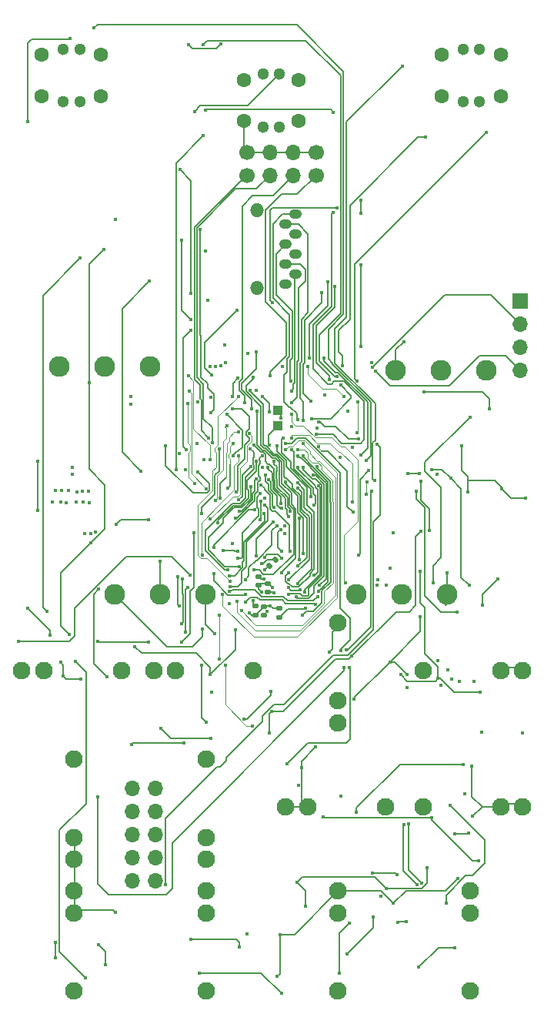
<source format=gbr>
G04 #@! TF.GenerationSoftware,KiCad,Pcbnew,8.0.5*
G04 #@! TF.CreationDate,2024-10-28T12:14:28-07:00*
G04 #@! TF.ProjectId,Sampler-built,53616d70-6c65-4722-9d62-75696c742e6b,rev?*
G04 #@! TF.SameCoordinates,PX38444c0PY67f3540*
G04 #@! TF.FileFunction,Copper,L4,Bot*
G04 #@! TF.FilePolarity,Positive*
%FSLAX46Y46*%
G04 Gerber Fmt 4.6, Leading zero omitted, Abs format (unit mm)*
G04 Created by KiCad (PCBNEW 8.0.5) date 2024-10-28 12:14:28*
%MOMM*%
%LPD*%
G01*
G04 APERTURE LIST*
G04 Aperture macros list*
%AMRoundRect*
0 Rectangle with rounded corners*
0 $1 Rounding radius*
0 $2 $3 $4 $5 $6 $7 $8 $9 X,Y pos of 4 corners*
0 Add a 4 corners polygon primitive as box body*
4,1,4,$2,$3,$4,$5,$6,$7,$8,$9,$2,$3,0*
0 Add four circle primitives for the rounded corners*
1,1,$1+$1,$2,$3*
1,1,$1+$1,$4,$5*
1,1,$1+$1,$6,$7*
1,1,$1+$1,$8,$9*
0 Add four rect primitives between the rounded corners*
20,1,$1+$1,$2,$3,$4,$5,0*
20,1,$1+$1,$4,$5,$6,$7,0*
20,1,$1+$1,$6,$7,$8,$9,0*
20,1,$1+$1,$8,$9,$2,$3,0*%
G04 Aperture macros list end*
G04 #@! TA.AperFunction,ComponentPad*
%ADD10C,1.700000*%
G04 #@! TD*
G04 #@! TA.AperFunction,ComponentPad*
%ADD11O,1.700000X1.700000*%
G04 #@! TD*
G04 #@! TA.AperFunction,ComponentPad*
%ADD12R,1.700000X1.700000*%
G04 #@! TD*
G04 #@! TA.AperFunction,ComponentPad*
%ADD13C,1.930400*%
G04 #@! TD*
G04 #@! TA.AperFunction,SMDPad,CuDef*
%ADD14RoundRect,0.147500X-0.172500X0.147500X-0.172500X-0.147500X0.172500X-0.147500X0.172500X0.147500X0*%
G04 #@! TD*
G04 #@! TA.AperFunction,ComponentPad*
%ADD15C,1.600000*%
G04 #@! TD*
G04 #@! TA.AperFunction,ComponentPad*
%ADD16C,1.300000*%
G04 #@! TD*
G04 #@! TA.AperFunction,ComponentPad*
%ADD17O,1.397000X1.092200*%
G04 #@! TD*
G04 #@! TA.AperFunction,ComponentPad*
%ADD18O,1.524000X1.524000*%
G04 #@! TD*
G04 #@! TA.AperFunction,SMDPad,CuDef*
%ADD19R,1.000000X1.000000*%
G04 #@! TD*
G04 #@! TA.AperFunction,ComponentPad*
%ADD20C,2.286000*%
G04 #@! TD*
G04 #@! TA.AperFunction,SMDPad,CuDef*
%ADD21RoundRect,0.147500X0.172500X-0.147500X0.172500X0.147500X-0.172500X0.147500X-0.172500X-0.147500X0*%
G04 #@! TD*
G04 #@! TA.AperFunction,SMDPad,CuDef*
%ADD22RoundRect,0.147500X0.017678X-0.226274X0.226274X-0.017678X-0.017678X0.226274X-0.226274X0.017678X0*%
G04 #@! TD*
G04 #@! TA.AperFunction,ViaPad*
%ADD23C,0.400000*%
G04 #@! TD*
G04 #@! TA.AperFunction,Conductor*
%ADD24C,0.127000*%
G04 #@! TD*
G04 #@! TA.AperFunction,Conductor*
%ADD25C,0.203200*%
G04 #@! TD*
G04 #@! TA.AperFunction,Conductor*
%ADD26C,0.100000*%
G04 #@! TD*
G04 #@! TA.AperFunction,Conductor*
%ADD27C,0.200000*%
G04 #@! TD*
G04 APERTURE END LIST*
D10*
G04 #@! TO.P,J4,1,Pin_1*
G04 #@! TO.N,/UART_TX*
X-32170000Y91520000D03*
G04 #@! TO.P,J4,2,Pin_2*
G04 #@! TO.N,GND*
X-32170000Y94060000D03*
D11*
G04 #@! TO.P,J4,3,Pin_3*
G04 #@! TO.N,/UART_RX*
X-29630000Y91520000D03*
G04 #@! TO.P,J4,4,Pin_4*
G04 #@! TO.N,GND*
X-29630000Y94060000D03*
G04 #@! TO.P,J4,5,Pin_5*
G04 #@! TO.N,/DEBUG2*
X-27090000Y91520000D03*
G04 #@! TO.P,J4,6,Pin_6*
G04 #@! TO.N,GND*
X-27090000Y94060000D03*
D10*
G04 #@! TO.P,J4,7,Pin_7*
G04 #@! TO.N,/DEBUG3*
X-24550000Y91520000D03*
G04 #@! TO.P,J4,8,Pin_8*
G04 #@! TO.N,GND*
X-24550000Y94060000D03*
G04 #@! TD*
D12*
G04 #@! TO.P,J3,1,Pin_1*
G04 #@! TO.N,+3V3*
X-2090000Y77680000D03*
D11*
G04 #@! TO.P,J3,2,Pin_2*
G04 #@! TO.N,/SWDCLK*
X-2090000Y75140000D03*
G04 #@! TO.P,J3,3,Pin_3*
G04 #@! TO.N,GND*
X-2090000Y72600000D03*
G04 #@! TO.P,J3,4,Pin_4*
G04 #@! TO.N,/SWDIO*
X-2090000Y70060000D03*
G04 #@! TD*
G04 #@! TO.P,J10,1,-12V*
G04 #@! TO.N,Net-(D17-K)*
X-42274785Y13930000D03*
G04 #@! TO.P,J10,2,-12V*
X-44814785Y13930000D03*
G04 #@! TO.P,J10,3,GND*
G04 #@! TO.N,GND*
X-42274785Y16470000D03*
G04 #@! TO.P,J10,4,GND*
X-44814785Y16470000D03*
G04 #@! TO.P,J10,5,GND*
X-42274785Y19010000D03*
G04 #@! TO.P,J10,6,GND*
X-44814785Y19010000D03*
G04 #@! TO.P,J10,7,GND*
X-42274785Y21550000D03*
G04 #@! TO.P,J10,8,GND*
X-44814785Y21550000D03*
G04 #@! TO.P,J10,9,+12V*
G04 #@! TO.N,Net-(D16-A)*
X-42274785Y24090000D03*
G04 #@! TO.P,J10,10,+12V*
X-44814785Y24090000D03*
G04 #@! TD*
D13*
G04 #@! TO.P,J12,1,SIG*
G04 #@! TO.N,Net-(J12-SIG)*
X-51206000Y27276000D03*
G04 #@! TO.P,J12,2,SHEILD*
G04 #@! TO.N,GND*
X-51206000Y16303200D03*
G04 #@! TO.P,J12,3,SW*
X-51206000Y18716200D03*
G04 #@! TD*
G04 #@! TO.P,J17,1,SIG*
G04 #@! TO.N,Net-(J17-SIG)*
X-22158000Y1833000D03*
G04 #@! TO.P,J17,2,SHEILD*
G04 #@! TO.N,GND*
X-22158000Y12805800D03*
G04 #@! TO.P,J17,3,SW*
G04 #@! TO.N,unconnected-(J17-SW-Pad3)*
X-22158000Y10392800D03*
G04 #@! TD*
G04 #@! TO.P,J16,1,SIG*
G04 #@! TO.N,Net-(J16-SIG)*
X-7630000Y1833000D03*
G04 #@! TO.P,J16,2,SHEILD*
G04 #@! TO.N,GND*
X-7630000Y12805800D03*
G04 #@! TO.P,J16,3,SW*
G04 #@! TO.N,unconnected-(J16-SW-Pad3)*
X-7630000Y10392800D03*
G04 #@! TD*
D14*
G04 #@! TO.P,C30,1*
G04 #@! TO.N,+3V3*
X-28621900Y43875000D03*
G04 #@! TO.P,C30,2*
G04 #@! TO.N,GND*
X-28621900Y42905000D03*
G04 #@! TD*
D15*
G04 #@! TO.P,Bank_But1,1,UP-A*
G04 #@! TO.N,unconnected-(Bank_But1-UP-A-Pad1)*
X-4250000Y104750000D03*
G04 #@! TO.P,Bank_But1,2,POLE-A*
G04 #@! TO.N,Net-(Bank_But1-POLE-A)*
X-10750000Y104750000D03*
G04 #@! TO.P,Bank_But1,3,DOWN-A*
G04 #@! TO.N,unconnected-(Bank_But1-DOWN-A-Pad3)*
X-4250000Y100250000D03*
G04 #@! TO.P,Bank_But1,4,UP-B*
G04 #@! TO.N,GND*
X-10750000Y100250000D03*
D16*
G04 #@! TO.P,Bank_But1,5,CA*
G04 #@! TO.N,+3V3*
X-6600000Y105400000D03*
G04 #@! TO.P,Bank_But1,6,G*
G04 #@! TO.N,Net-(Bank_But1-G)*
X-8400000Y105400000D03*
G04 #@! TO.P,Bank_But1,7,R*
G04 #@! TO.N,Net-(Bank_But1-R)*
X-8400000Y99600000D03*
G04 #@! TO.P,Bank_But1,8,B*
G04 #@! TO.N,Net-(Bank_But1-B)*
X-6600000Y99600000D03*
G04 #@! TD*
D17*
G04 #@! TO.P,SD1,1,DAT2*
G04 #@! TO.N,/D18*
X-27953000Y79531249D03*
G04 #@! TO.P,SD1,2,CD/DAT3*
G04 #@! TO.N,/D19*
X-26853180Y80631069D03*
G04 #@! TO.P,SD1,3,CMD*
G04 #@! TO.N,/D4*
X-27953000Y81731143D03*
G04 #@! TO.P,SD1,4,VDD*
G04 #@! TO.N,+3V3*
X-26853180Y82830963D03*
G04 #@! TO.P,SD1,5,CLK*
G04 #@! TO.N,/D9*
X-27953000Y83931037D03*
G04 #@! TO.P,SD1,6,VSS*
G04 #@! TO.N,GND*
X-26853180Y85030857D03*
G04 #@! TO.P,SD1,7,DAT0*
G04 #@! TO.N,/D16*
X-27953000Y86130931D03*
G04 #@! TO.P,SD1,8,DAT1*
G04 #@! TO.N,/D17*
X-26853180Y87230751D03*
D18*
G04 #@! TO.P,SD1,9,SHELL1*
G04 #@! TO.N,GND*
X-31122920Y79088400D03*
G04 #@! TO.P,SD1,10,SHELL2*
X-31122920Y87673600D03*
G04 #@! TD*
D19*
G04 #@! TO.P,C4,1*
G04 #@! TO.N,Net-(U2B-VCAP_1)*
X-28771285Y63996678D03*
G04 #@! TO.P,C4,2*
G04 #@! TO.N,GND*
X-28771285Y65696678D03*
G04 #@! TD*
D20*
G04 #@! TO.P,POT_LENGTH1,1,Left*
G04 #@! TO.N,GNDADC*
X-36760000Y45424000D03*
G04 #@! TO.P,POT_LENGTH1,2,Center*
G04 #@! TO.N,Net-(POT_LENGTH1-Center)*
X-41760000Y45424000D03*
G04 #@! TO.P,POT_LENGTH1,3,Right*
G04 #@! TO.N,VREF+*
X-46760000Y45424000D03*
G04 #@! TD*
D13*
G04 #@! TO.P,J2,1,SIG*
G04 #@! TO.N,Net-(J2-SIG)*
X-22157000Y42272000D03*
G04 #@! TO.P,J2,2,SHEILD*
G04 #@! TO.N,GND*
X-22157000Y31299200D03*
G04 #@! TO.P,J2,3,SW*
X-22157000Y33712200D03*
G04 #@! TD*
D20*
G04 #@! TO.P,POT_PITCH1,1,Left*
G04 #@! TO.N,GNDADC*
X-5820000Y70027000D03*
G04 #@! TO.P,POT_PITCH1,2,Center*
G04 #@! TO.N,Net-(POT_PITCH1-Center)*
X-10820000Y70027000D03*
G04 #@! TO.P,POT_PITCH1,3,Right*
G04 #@! TO.N,VREF+*
X-15820000Y70027000D03*
G04 #@! TD*
D13*
G04 #@! TO.P,J7,1,SIG*
G04 #@! TO.N,Net-(J7-SIG)*
X-45999000Y37065000D03*
G04 #@! TO.P,J7,2,SHEILD*
G04 #@! TO.N,GND*
X-56971800Y37065000D03*
G04 #@! TO.P,J7,3,SW*
X-54558800Y37065000D03*
G04 #@! TD*
D14*
G04 #@! TO.P,C32,1*
G04 #@! TO.N,+3V3*
X-30334472Y44089454D03*
G04 #@! TO.P,C32,2*
G04 #@! TO.N,GND*
X-30334472Y43119454D03*
G04 #@! TD*
D13*
G04 #@! TO.P,J15,1,SIG*
G04 #@! TO.N,Net-(J15-SIG)*
X-36685000Y1833000D03*
G04 #@! TO.P,J15,2,SHEILD*
G04 #@! TO.N,GND*
X-36685000Y12805800D03*
G04 #@! TO.P,J15,3,SW*
G04 #@! TO.N,unconnected-(J15-SW-Pad3)*
X-36685000Y10392800D03*
G04 #@! TD*
D15*
G04 #@! TO.P,REV_BUT1,1,UP-A*
G04 #@! TO.N,unconnected-(REV_BUT1-UP-A-Pad1)*
X-48250000Y104750000D03*
G04 #@! TO.P,REV_BUT1,2,POLE-A*
G04 #@! TO.N,Net-(REV_BUT1-POLE-A)*
X-54750000Y104750000D03*
G04 #@! TO.P,REV_BUT1,3,DOWN-A*
G04 #@! TO.N,unconnected-(REV_BUT1-DOWN-A-Pad3)*
X-48250000Y100250000D03*
G04 #@! TO.P,REV_BUT1,4,UP-B*
G04 #@! TO.N,GND*
X-54750000Y100250000D03*
D16*
G04 #@! TO.P,REV_BUT1,5,CA*
G04 #@! TO.N,+3V3*
X-50600000Y105400000D03*
G04 #@! TO.P,REV_BUT1,6,G*
G04 #@! TO.N,Net-(REV_BUT1-G)*
X-52400000Y105400000D03*
G04 #@! TO.P,REV_BUT1,7,R*
G04 #@! TO.N,Net-(REV_BUT1-R)*
X-52400000Y99600000D03*
G04 #@! TO.P,REV_BUT1,8,B*
G04 #@! TO.N,Net-(REV_BUT1-B)*
X-50600000Y99600000D03*
G04 #@! TD*
D14*
G04 #@! TO.P,C28,1*
G04 #@! TO.N,+3V3*
X-29898608Y46645710D03*
G04 #@! TO.P,C28,2*
G04 #@! TO.N,GND*
X-29898608Y45675710D03*
G04 #@! TD*
D21*
G04 #@! TO.P,C33,1*
G04 #@! TO.N,+3V3*
X-30914608Y46440758D03*
G04 #@! TO.P,C33,2*
G04 #@! TO.N,GND*
X-30914608Y47410758D03*
G04 #@! TD*
D13*
G04 #@! TO.P,J9,1,SIG*
G04 #@! TO.N,Net-(J9-SIG)*
X-36685000Y27276000D03*
G04 #@! TO.P,J9,2,SHEILD*
G04 #@! TO.N,GND*
X-36685000Y16303200D03*
G04 #@! TO.P,J9,3,SW*
X-36685000Y18716200D03*
G04 #@! TD*
G04 #@! TO.P,J8,1,SIG*
G04 #@! TO.N,Net-(J8-SIG)*
X-12838000Y37065000D03*
G04 #@! TO.P,J8,2,SHEILD*
G04 #@! TO.N,GND*
X-1865200Y37065000D03*
G04 #@! TO.P,J8,3,SW*
X-4278200Y37065000D03*
G04 #@! TD*
G04 #@! TO.P,J11,1,SIG*
G04 #@! TO.N,Net-(J11-SIG)*
X-51206000Y1833000D03*
G04 #@! TO.P,J11,2,SHEILD*
G04 #@! TO.N,GND*
X-51206000Y12805800D03*
G04 #@! TO.P,J11,3,SW*
X-51206000Y10392800D03*
G04 #@! TD*
G04 #@! TO.P,J13,1,SIG*
G04 #@! TO.N,Net-(J13-SIG)*
X-12838000Y22069000D03*
G04 #@! TO.P,J13,2,SHEILD*
G04 #@! TO.N,GND*
X-1865200Y22069000D03*
G04 #@! TO.P,J13,3,SW*
X-4278200Y22069000D03*
G04 #@! TD*
G04 #@! TO.P,J6,1,SIG*
G04 #@! TO.N,Net-(J6-SIG)*
X-31478000Y37065000D03*
G04 #@! TO.P,J6,2,SHEILD*
G04 #@! TO.N,GND*
X-42450800Y37065000D03*
G04 #@! TO.P,J6,3,SW*
X-40037800Y37065000D03*
G04 #@! TD*
G04 #@! TO.P,J14,1,SIG*
G04 #@! TO.N,Net-(J14-SIG)*
X-16951000Y22069000D03*
G04 #@! TO.P,J14,2,SHEILD*
G04 #@! TO.N,GND*
X-27923800Y22069000D03*
G04 #@! TO.P,J14,3,SW*
X-25510800Y22069000D03*
G04 #@! TD*
D15*
G04 #@! TO.P,PLAY_BUT1,1,UP-A*
G04 #@! TO.N,unconnected-(PLAY_BUT1-UP-A-Pad1)*
X-26535000Y101979000D03*
G04 #@! TO.P,PLAY_BUT1,2,POLE-A*
G04 #@! TO.N,Net-(PLAY_BUT1-POLE-A)*
X-32527000Y101979000D03*
G04 #@! TO.P,PLAY_BUT1,3,DOWN-A*
G04 #@! TO.N,unconnected-(PLAY_BUT1-DOWN-A-Pad3)*
X-26535000Y97479000D03*
G04 #@! TO.P,PLAY_BUT1,4,UP-B*
G04 #@! TO.N,GND*
X-32527000Y97479000D03*
D16*
G04 #@! TO.P,PLAY_BUT1,5,CA*
G04 #@! TO.N,+3V3*
X-28631000Y102629000D03*
G04 #@! TO.P,PLAY_BUT1,6,G*
G04 #@! TO.N,Net-(PLAY_BUT1-G)*
X-30431000Y102629000D03*
G04 #@! TO.P,PLAY_BUT1,7,R*
G04 #@! TO.N,Net-(PLAY_BUT1-R)*
X-30431000Y96829000D03*
G04 #@! TO.P,PLAY_BUT1,8,B*
G04 #@! TO.N,Net-(PLAY_BUT1-B)*
X-28631000Y96829000D03*
G04 #@! TD*
D22*
G04 #@! TO.P,C27,1*
G04 #@! TO.N,+3V3*
X-29771347Y48573731D03*
G04 #@! TO.P,C27,2*
G04 #@! TO.N,GND*
X-29085453Y49259625D03*
G04 #@! TD*
D21*
G04 #@! TO.P,C31,1*
G04 #@! TO.N,+3V3*
X-31293576Y43176350D03*
G04 #@! TO.P,C31,2*
G04 #@! TO.N,GND*
X-31293576Y44146350D03*
G04 #@! TD*
D20*
G04 #@! TO.P,POT_SAMP1,1,Left*
G04 #@! TO.N,GNDADC*
X-42815000Y70455000D03*
G04 #@! TO.P,POT_SAMP1,2,Center*
G04 #@! TO.N,Net-(POT_SAMP1-Center)*
X-47815000Y70455000D03*
G04 #@! TO.P,POT_SAMP1,3,Right*
G04 #@! TO.N,VREF+*
X-52815000Y70455000D03*
G04 #@! TD*
G04 #@! TO.P,POT_START1,1,Left*
G04 #@! TO.N,GNDADC*
X-10140000Y45424000D03*
G04 #@! TO.P,POT_START1,2,Center*
G04 #@! TO.N,Net-(POT_START1-Center)*
X-15140000Y45424000D03*
G04 #@! TO.P,POT_START1,3,Right*
G04 #@! TO.N,VREF+*
X-20140000Y45424000D03*
G04 #@! TD*
D23*
G04 #@! TO.N,GND*
X-51416648Y58600078D03*
X-16470000Y38000000D03*
X-27284360Y63918528D03*
X-50946648Y55560078D03*
X-48874685Y52274685D03*
X-47761433Y4690078D03*
X-44991748Y67190393D03*
X-50010078Y52110078D03*
X-52074948Y55538378D03*
X-20406500Y33880000D03*
X-53830000Y40980000D03*
X-32091433Y71910078D03*
X-56280000Y43910000D03*
X-30346664Y47147246D03*
X-30228399Y56013927D03*
X-36106648Y34710078D03*
X-33056648Y6630078D03*
X-4160000Y57060000D03*
X-44926648Y28960078D03*
X-49576648Y55500078D03*
X-26159050Y26356578D03*
X-31493728Y44712910D03*
X-29524785Y34760000D03*
X-11246648Y58600078D03*
X-46566492Y53164138D03*
X-28421285Y64856678D03*
X-20624785Y61560000D03*
X-39624933Y60890078D03*
X-7900000Y56720000D03*
X-13036648Y57870078D03*
X-28574785Y8010000D03*
X-35070000Y105970000D03*
X-13140000Y42950000D03*
X-38630000Y105906500D03*
X-32489785Y31700000D03*
X-7366648Y21020078D03*
X-23621433Y67380078D03*
X-1506648Y56030078D03*
X-43010000Y53660000D03*
X-7804785Y19200000D03*
X-39146648Y29110078D03*
X-28904785Y3395000D03*
X-21104785Y65570000D03*
X-49340000Y52100000D03*
X-25764275Y43911665D03*
X-50246648Y55630078D03*
X-7424785Y26550000D03*
X-29256750Y45615118D03*
X-29977795Y43534660D03*
X-9020463Y14196263D03*
X-37641433Y66620078D03*
X-46694785Y86635000D03*
X-8570000Y61730000D03*
X-51366648Y59400078D03*
X-16121433Y52240078D03*
X-9294785Y19120000D03*
X-28011400Y52106678D03*
X-37664871Y62009914D03*
X-52654948Y55568378D03*
X-53602884Y55600078D03*
X-30538400Y48816678D03*
X-16086648Y11450078D03*
X-24616648Y28640078D03*
X-48531433Y6920078D03*
X-46651433Y10460078D03*
X-38401433Y7460078D03*
X-14580000Y36620000D03*
X-12144285Y52470078D03*
G04 #@! TO.N,+3V3*
X-28324484Y70469877D03*
X-36181285Y67116678D03*
X-36214785Y36640000D03*
X-37972744Y98557256D03*
X-36721433Y83220000D03*
X-30531285Y59396678D03*
X-50336648Y56770078D03*
X-21920821Y60475575D03*
X-34131264Y44378646D03*
X-36471433Y77750078D03*
X-29373336Y46151566D03*
X-28011900Y52926678D03*
X-30572436Y45716088D03*
X-50926648Y56710078D03*
X-13111433Y47982462D03*
X-30208400Y48116678D03*
X-51816648Y56820078D03*
X-53274948Y56898378D03*
X-49606648Y56760078D03*
X-33822400Y51013126D03*
X-52584948Y56868378D03*
X-6521433Y34710078D03*
X-24441285Y63756678D03*
X-33483763Y41550078D03*
X-11154109Y36160078D03*
X-44510000Y39690000D03*
X-31938400Y43426678D03*
X-15241433Y36601500D03*
X-29625050Y44181288D03*
G04 #@! TO.N,/A4*
X-57330000Y40240000D03*
X-38480000Y47570000D03*
G04 #@! TO.N,GNDADC*
X-10150000Y47770000D03*
X-35757327Y41102185D03*
X-16410000Y48320000D03*
X-17751435Y47030078D03*
G04 #@! TO.N,/A5*
X-36694785Y31380500D03*
X-38672980Y46212350D03*
X-37163648Y37650000D03*
X-38937744Y41277744D03*
G04 #@! TO.N,+12V*
X-1901433Y30210078D03*
X-50462562Y36144461D03*
X-9770000Y58190000D03*
X-11878240Y59142588D03*
X-41651433Y30710078D03*
X-17494392Y12202334D03*
X-52699302Y37953813D03*
X-52379833Y36460078D03*
X-26536648Y24430078D03*
X-21826648Y23280078D03*
X-8204785Y23480000D03*
X-32146648Y8060000D03*
X-47944785Y83360000D03*
X-49520000Y68700000D03*
X-36204785Y29630000D03*
X-49380000Y51060000D03*
X-51725364Y41053500D03*
X-7740000Y46420000D03*
G04 #@! TO.N,-12VA*
X-15566648Y9320078D03*
X-37431433Y3810078D03*
X-12404785Y15340000D03*
X-51029998Y38040000D03*
X-28411433Y1570078D03*
X-25764785Y11130000D03*
X-29514785Y32540000D03*
X-16895048Y13100000D03*
X-14694785Y9420078D03*
X-49991433Y3250078D03*
X-20640000Y38660000D03*
X-50560000Y82410000D03*
X-13011433Y52340078D03*
X-54190000Y43540000D03*
X-26694785Y13730000D03*
X-29714785Y30170000D03*
G04 #@! TO.N,/A2*
X-39403500Y42190000D03*
X-39277721Y47163291D03*
G04 #@! TO.N,/A7*
X-39371433Y84350000D03*
X-38661433Y69480078D03*
X-36241433Y60250078D03*
X-38324933Y75660078D03*
G04 #@! TO.N,/A6*
X-36131285Y65426678D03*
X-33732087Y60665676D03*
X-34426440Y65236678D03*
X-37340000Y85590000D03*
G04 #@! TO.N,/D6*
X-18144785Y57920000D03*
X-15080000Y103520000D03*
G04 #@! TO.N,/D8*
X-40000000Y59136500D03*
X-25874444Y45702763D03*
X-24325876Y57344123D03*
X-39775315Y47374685D03*
X-36980000Y95860000D03*
X-39660000Y44200000D03*
G04 #@! TO.N,/A9*
X-37901433Y57610078D03*
X-38698940Y66456258D03*
G04 #@! TO.N,/D15*
X-27781433Y26820078D03*
X-20951433Y37390078D03*
X-21288226Y39322752D03*
X-18461433Y56773578D03*
X-25151731Y56180404D03*
X-28171429Y62636722D03*
G04 #@! TO.N,/D13*
X-21879635Y39221565D03*
X-27931433Y61989319D03*
X-21481433Y37390078D03*
X-48584785Y23200000D03*
G04 #@! TO.N,VREF+*
X-55230000Y54620000D03*
X-38991433Y59136500D03*
X-37137888Y41642800D03*
X-6253006Y44223636D03*
X-4554633Y47086878D03*
X-16827883Y46479996D03*
X-55220000Y60100000D03*
X-14940000Y73200000D03*
X-17891433Y46440078D03*
X-36941433Y60280078D03*
G04 #@! TO.N,/D11*
X-19674785Y60730000D03*
X-23320000Y79840000D03*
X-23700137Y71433500D03*
X-25361433Y71420078D03*
G04 #@! TO.N,/D10*
X-49000000Y107726500D03*
X-19054785Y60170000D03*
G04 #@! TO.N,/D14*
X-22690000Y98470006D03*
X-24539092Y63028871D03*
X-22690000Y87460000D03*
X-36770000Y98650002D03*
G04 #@! TO.N,/D12*
X-21851433Y68420078D03*
X-25081285Y64746678D03*
X-36990000Y105906500D03*
X-22294785Y69370000D03*
G04 #@! TO.N,/D0*
X-12550000Y95720000D03*
X-21680000Y70562334D03*
G04 #@! TO.N,/D1*
X-29421433Y77560078D03*
X-36091433Y69530078D03*
X-33250000Y76700000D03*
X-22314933Y87950000D03*
G04 #@! TO.N,/D3*
X-39536500Y92145286D03*
X-25174785Y66650000D03*
X-38324933Y78570078D03*
X-23961285Y78580078D03*
G04 #@! TO.N,/D5*
X-5870000Y96250000D03*
X-20070000Y68910000D03*
G04 #@! TO.N,/D19*
X-27257734Y67806549D03*
G04 #@! TO.N,/D18*
X-23104785Y69040000D03*
X-22531285Y79270078D03*
G04 #@! TO.N,/D7*
X-26623026Y59373759D03*
X-19640000Y88810000D03*
X-56280000Y97420000D03*
X-24820000Y47530000D03*
X-19630000Y81660000D03*
X-51670000Y106520000D03*
X-19620000Y72730000D03*
X-18820500Y59020000D03*
X-19630000Y87330000D03*
X-19940000Y49750000D03*
G04 #@! TO.N,/D17*
X-26613522Y64618915D03*
G04 #@! TO.N,/D16*
X-25971285Y64596678D03*
G04 #@! TO.N,/D9*
X-27401725Y68901878D03*
G04 #@! TO.N,/A0*
X-37121900Y49750000D03*
X-31621433Y30980000D03*
X-35200000Y43170000D03*
X-35200000Y38340000D03*
X-34589999Y37600001D03*
X-33126178Y60696678D03*
G04 #@! TO.N,/A1*
X-36660000Y57070000D03*
X-38561433Y67810078D03*
G04 #@! TO.N,/A3*
X-38911433Y61350078D03*
X-5491433Y65870078D03*
X-12680000Y67670000D03*
X-38341433Y74470078D03*
G04 #@! TO.N,/A8*
X-38058548Y52200078D03*
X-39360000Y40200000D03*
X-43040000Y40180000D03*
X-37168548Y54330078D03*
X-35231433Y61450078D03*
X-48600000Y40280000D03*
G04 #@! TO.N,Net-(J2-SIG)*
X-23101433Y39120078D03*
G04 #@! TO.N,Net-(C46-Pad1)*
X-13556648Y56740078D03*
X-9100000Y43470000D03*
G04 #@! TO.N,Net-(POT_LENGTH1-Center)*
X-41730000Y49100000D03*
X-42900000Y79900000D03*
X-43855000Y58995000D03*
G04 #@! TO.N,/D4*
X-27311285Y66506678D03*
G04 #@! TO.N,/VCOM*
X-6724785Y16140000D03*
X-11854785Y20850000D03*
X-23836648Y20990078D03*
G04 #@! TO.N,GNDA*
X-18354785Y14790000D03*
X-9844785Y22250000D03*
X-10254785Y11520000D03*
X-15634785Y14620000D03*
G04 #@! TO.N,Net-(POT_START1-Center)*
X-7656648Y64930078D03*
X-11723627Y46679115D03*
G04 #@! TO.N,Net-(U2B-VCAP_1)*
X-29698839Y61869124D03*
G04 #@! TO.N,+3.3VADC*
X-37621433Y58930078D03*
X-44990000Y66360000D03*
X-41121433Y61770078D03*
G04 #@! TO.N,/BOOT0*
X-31711285Y65846678D03*
X-31141433Y72090078D03*
G04 #@! TO.N,Net-(C152-Pad1)*
X-18334785Y9960078D03*
X-21206648Y5860078D03*
G04 #@! TO.N,Net-(C152-Pad2)*
X-20906648Y9300078D03*
X-22066648Y3760078D03*
G04 #@! TO.N,Net-(C153-Pad1)*
X-13294785Y4430000D03*
X-9356648Y6600078D03*
G04 #@! TO.N,/SWDCLK*
X-18352744Y70427256D03*
G04 #@! TO.N,/SWDIO*
X-18040000Y69990000D03*
G04 #@! TO.N,/UART_TX*
X-36395997Y62606420D03*
G04 #@! TO.N,/UART_RX*
X-35994785Y62143420D03*
G04 #@! TO.N,/DEBUG2*
X-32481285Y66546678D03*
G04 #@! TO.N,/DEBUG3*
X-29661285Y69446678D03*
G04 #@! TO.N,Net-(J9-SIG)*
X-48529485Y45987030D03*
X-47636648Y36350078D03*
G04 #@! TO.N,/LOUT+*
X-12983348Y13706953D03*
X-14370990Y20171603D03*
G04 #@! TO.N,/LOUT-*
X-13448884Y13525901D03*
X-14926648Y20120078D03*
G04 #@! TO.N,/I2C1_SCL*
X-7166648Y35820078D03*
X-34671433Y72870078D03*
G04 #@! TO.N,/I2C1_SDA*
X-11151433Y38150078D03*
X-31163507Y67843305D03*
G04 #@! TO.N,/RIN*
X-20146648Y21450078D03*
X-8371433Y26740078D03*
G04 #@! TO.N,/SAI_SD_B*
X-8784785Y35900000D03*
X-36247785Y70520000D03*
G04 #@! TO.N,/SAI_MCLK*
X-35053378Y70601773D03*
X-10855407Y35409378D03*
G04 #@! TO.N,/SD-NBL1*
X-26568400Y48566678D03*
X-31821285Y67836678D03*
G04 #@! TO.N,/SD-NBL0*
X-33124785Y67191712D03*
X-34080000Y46876681D03*
G04 #@! TO.N,/SD-CKE1*
X-28388400Y47796678D03*
X-31531285Y69276678D03*
G04 #@! TO.N,/CODEC_RESET*
X-6401433Y30310078D03*
X-18507744Y70902256D03*
G04 #@! TO.N,/SAI_FS*
X-9654785Y36080000D03*
X-35647782Y70520000D03*
G04 #@! TO.N,/SAI_SCK*
X-34525640Y70887247D03*
X-10118285Y37137000D03*
G04 #@! TO.N,/SAI_SD_A*
X-14534785Y35170000D03*
X-33206271Y69180078D03*
X-33771285Y67196678D03*
G04 #@! TO.N,/SD-NCAS*
X-29741285Y65486678D03*
X-30521285Y67186678D03*
X-31121285Y65546678D03*
X-31388400Y48136678D03*
G04 #@! TO.N,/SD-D2*
X-24638400Y44356678D03*
X-32387044Y44574879D03*
X-21390000Y46660000D03*
X-27276258Y65246678D03*
G04 #@! TO.N,/SD-D3*
X-20104785Y63200000D03*
X-34148400Y45736678D03*
X-18989648Y57754862D03*
X-24436579Y45188733D03*
X-25520915Y70530500D03*
X-20004785Y66580000D03*
X-19091433Y56410078D03*
X-21534785Y67230000D03*
G04 #@! TO.N,/SD-A0*
X-33368107Y56663178D03*
X-33813400Y65854563D03*
G04 #@! TO.N,/SD-A2*
X-35648966Y55737066D03*
X-34423601Y63934290D03*
G04 #@! TO.N,/SD-A1*
X-33188400Y50186678D03*
X-31927720Y63108823D03*
X-34848400Y50266678D03*
X-36240000Y53690000D03*
G04 #@! TO.N,/SD-CLK*
X-28901433Y61740078D03*
X-27594830Y47780156D03*
G04 #@! TO.N,/SD-A3*
X-33117342Y63286303D03*
X-35134281Y56032117D03*
G04 #@! TO.N,/SD-A4*
X-30698220Y55686498D03*
X-30783754Y53675392D03*
G04 #@! TO.N,/SD-NWE*
X-31813124Y61416678D03*
X-34298400Y48096678D03*
G04 #@! TO.N,/SD-A5*
X-33735510Y62055410D03*
X-34290212Y57103678D03*
G04 #@! TO.N,/SD-BA1*
X-33188697Y49406678D03*
X-30720000Y56510000D03*
X-20591900Y55570000D03*
X-27271285Y62636678D03*
G04 #@! TO.N,/SD-BA0*
X-24802548Y55280078D03*
X-27271285Y61346678D03*
X-29308400Y53426678D03*
X-31176317Y49622121D03*
G04 #@! TO.N,/SD-D1*
X-33258400Y44646678D03*
X-25974785Y61990000D03*
G04 #@! TO.N,/SD-A12*
X-24301674Y61664545D03*
X-26450000Y53776678D03*
X-26448400Y49216678D03*
X-20541900Y54460000D03*
G04 #@! TO.N,/SD-A11*
X-33428400Y53826678D03*
X-28358400Y49366678D03*
X-30230653Y49529027D03*
X-30524136Y60703916D03*
G04 #@! TO.N,/SD-NE1*
X-34860000Y45413031D03*
X-27952030Y61385554D03*
G04 #@! TO.N,/SD-D0*
X-26613634Y61313401D03*
X-32778400Y43616678D03*
G04 #@! TO.N,/SD-A7*
X-27583400Y54021678D03*
X-28455694Y52579384D03*
X-31450124Y61836678D03*
X-28350250Y50183135D03*
G04 #@! TO.N,/SD-A10*
X-31166452Y60056678D03*
X-35378400Y53276678D03*
G04 #@! TO.N,/SD-D10*
X-24215007Y46436645D03*
X-26626333Y60696678D03*
G04 #@! TO.N,/SD-D15*
X-26081900Y43120000D03*
X-24447659Y59464562D03*
G04 #@! TO.N,/SD-A6*
X-31747265Y59442904D03*
X-33077132Y55815410D03*
G04 #@! TO.N,/SD-A9*
X-33000080Y54608358D03*
X-31148979Y58141122D03*
G04 #@! TO.N,/SD-D5*
X-34080000Y46276678D03*
X-30268400Y55276678D03*
X-28418785Y55419721D03*
X-29876478Y59389485D03*
G04 #@! TO.N,/SD-D6*
X-32378400Y46996678D03*
X-29221285Y60041642D03*
X-27411400Y54606678D03*
X-28898400Y52976678D03*
G04 #@! TO.N,/SD-D8*
X-27979089Y57814645D03*
X-25977516Y49900000D03*
G04 #@! TO.N,/SD-D11*
X-24351900Y45733969D03*
X-27608400Y46156678D03*
X-25976312Y60686678D03*
X-26308376Y45951745D03*
G04 #@! TO.N,/SD-D14*
X-24868478Y58529485D03*
X-26781720Y45133358D03*
G04 #@! TO.N,/SD-D13*
X-27582340Y45406678D03*
X-25981285Y59391700D03*
G04 #@! TO.N,/SD-NRAS*
X-33051530Y48514272D03*
X-31763500Y57266324D03*
G04 #@! TO.N,/SD-A8*
X-27478703Y50130119D03*
X-30648138Y57478911D03*
G04 #@! TO.N,/SD-D4*
X-31311400Y54716678D03*
X-32382888Y45414144D03*
X-30141285Y58546678D03*
X-35868404Y47678278D03*
X-29185557Y55020427D03*
X-35868400Y50576678D03*
G04 #@! TO.N,/SD-D7*
X-30298925Y54353678D03*
X-29778285Y58026678D03*
X-34097628Y47494185D03*
X-28334167Y54885808D03*
G04 #@! TO.N,/SD-D9*
X-27582103Y47013336D03*
X-26614605Y57144818D03*
G04 #@! TO.N,/SD-D12*
X-26636535Y57680108D03*
X-26634307Y46635333D03*
G04 #@! TO.N,Net-(U14A--)*
X-14526648Y58760078D03*
X-13206648Y58690078D03*
G04 #@! TO.N,/D2*
X-41135730Y13496578D03*
X-17893500Y61930078D03*
X-24349965Y64367999D03*
X-53306648Y5470078D03*
X-53306648Y7170078D03*
X-19884785Y62490000D03*
G04 #@! TD*
D24*
G04 #@! TO.N,GND*
X-17442370Y12805800D02*
X-16086648Y11450078D01*
X-4160000Y57223430D02*
X-4160000Y57060000D01*
X-51142785Y16604200D02*
X-51142785Y13135800D01*
X-14696648Y12840078D02*
X-10376648Y12840078D01*
X-38401433Y7460078D02*
X-33396648Y7460078D01*
X-13036648Y57870078D02*
X-13036648Y55720078D01*
X-43010000Y53660000D02*
X-46070630Y53660000D01*
X-44776648Y29110078D02*
X-44926648Y28960078D01*
X-30914608Y47410758D02*
X-30651096Y47147246D01*
X-7900000Y57980078D02*
X-4916648Y57980078D01*
X-4160000Y57060000D02*
X-3130078Y56030078D01*
X-25816014Y43859926D02*
X-25764275Y43911665D01*
X-7900000Y58380000D02*
X-8570000Y59050000D01*
X-35070000Y105970000D02*
X-35597000Y105443000D01*
X-4261985Y22370000D02*
X-1848985Y22370000D01*
X-14580000Y36620000D02*
X-15960000Y38000000D01*
X-8570000Y59050000D02*
X-8570000Y61730000D01*
X-30428935Y48816678D02*
X-30005093Y49240520D01*
X-27666974Y43859926D02*
X-28621900Y42905000D01*
X-32144785Y31700000D02*
X-29524785Y34320000D01*
X-7804785Y19200000D02*
X-7884785Y19120000D01*
X-6317726Y22069000D02*
X-7366648Y21020078D01*
X-35597000Y105443000D02*
X-38166500Y105443000D01*
X-4916648Y57980078D02*
X-4160000Y57223430D01*
X-12144285Y54827715D02*
X-12144285Y52470078D01*
X-3130078Y56030078D02*
X-1506648Y56030078D01*
X-56280000Y43910000D02*
X-53830000Y41460000D01*
X-31493728Y44712910D02*
X-31493728Y44216734D01*
X-29317342Y45675710D02*
X-29898608Y45675710D01*
X-10376648Y12840078D02*
X-9020463Y14196263D01*
X-26159050Y27097676D02*
X-24616648Y28640078D01*
X-27666974Y43859926D02*
X-25816014Y43859926D01*
X-30651096Y47147246D02*
X-30346664Y47147246D01*
X-28574785Y8010000D02*
X-28574785Y3725000D01*
X-13140000Y41330000D02*
X-13140000Y42950000D01*
X-46651433Y10460078D02*
X-46914155Y10722800D01*
X-26146648Y26344176D02*
X-26159050Y26356578D01*
X-4261985Y37370000D02*
X-1848985Y37370000D01*
X-28574785Y8010000D02*
X-26953800Y8010000D01*
X-29256750Y45615118D02*
X-29317342Y45675710D01*
X-38166500Y105443000D02*
X-38630000Y105906500D01*
X-39146648Y29110078D02*
X-44776648Y29110078D01*
X-15960000Y38000000D02*
X-16470000Y38000000D01*
X-7884785Y19120000D02*
X-9294785Y19120000D01*
X-28574785Y3725000D02*
X-28904785Y3395000D01*
X-26146648Y22704848D02*
X-26146648Y26344176D01*
X-13036648Y55720078D02*
X-12144285Y54827715D01*
X-51142785Y13135800D02*
X-51142785Y10722800D01*
X-33396648Y7460078D02*
X-33056648Y7120078D01*
X-53830000Y41460000D02*
X-53830000Y40980000D01*
X-26159050Y26356578D02*
X-26159050Y27097676D01*
X-33056648Y7120078D02*
X-33056648Y6630078D01*
X-6317726Y22069000D02*
X-7424785Y23176059D01*
X-25510800Y22069000D02*
X-27923800Y22069000D01*
X-29524785Y34320000D02*
X-29524785Y34760000D01*
X-30334472Y43177983D02*
X-29977795Y43534660D01*
X-51142785Y19017200D02*
X-51142785Y16604200D01*
X-30538400Y48816678D02*
X-30428935Y48816678D01*
X-32527000Y94417000D02*
X-32170000Y94060000D01*
X-32489785Y31700000D02*
X-32144785Y31700000D01*
X-32170000Y94060000D02*
X-24550000Y94060000D01*
X-4278200Y22069000D02*
X-6317726Y22069000D01*
X-16086648Y11450078D02*
X-14696648Y12840078D01*
X-20406500Y34063500D02*
X-20406500Y33880000D01*
X-28421285Y64856678D02*
X-28421285Y65346678D01*
X-7900000Y56720000D02*
X-7900000Y57980078D01*
X-16470000Y38000000D02*
X-20406500Y34063500D01*
X-32527000Y97479000D02*
X-32527000Y94417000D01*
X-16470000Y38000000D02*
X-13140000Y41330000D01*
X-7900000Y56720000D02*
X-7900000Y58380000D01*
X-22158000Y12805800D02*
X-17442370Y12805800D01*
X-47761433Y6150078D02*
X-47761433Y4690078D01*
X-48531433Y6920078D02*
X-47761433Y6150078D01*
X-46070630Y53660000D02*
X-46566492Y53164138D01*
X-7424785Y23176059D02*
X-7424785Y26550000D01*
X-26953800Y8010000D02*
X-22158000Y12805800D01*
X-46914155Y10722800D02*
X-51142785Y10722800D01*
X-30005093Y49240520D02*
X-29237778Y49240520D01*
G04 #@! TO.N,+3V3*
X-30269080Y43962086D02*
X-30049878Y44181288D01*
X-30914608Y46058260D02*
X-30572436Y45716088D01*
D25*
X-11154109Y36160078D02*
X-11154109Y37454109D01*
X-10896737Y36160078D02*
X-11154109Y36160078D01*
D24*
X-43789800Y38969800D02*
X-37788774Y38969800D01*
D25*
X-11154109Y36160078D02*
X-11415987Y35898200D01*
X-11154109Y37454109D02*
X-12639808Y38939808D01*
D24*
X-29404464Y46151566D02*
X-29898608Y46645710D01*
D25*
X-29625050Y44181288D02*
X-29318762Y43875000D01*
X-6521433Y34710078D02*
X-9446737Y34710078D01*
X-12639808Y38939808D02*
X-12639808Y43989808D01*
X-31247576Y43176350D02*
X-30334472Y44089454D01*
X-37364900Y99165100D02*
X-37972744Y98557256D01*
D24*
X-36214785Y37395811D02*
X-36214785Y36640000D01*
X-30208400Y48116678D02*
X-30208400Y48136678D01*
D25*
X-33483763Y39371022D02*
X-33483763Y41550078D01*
X-13111433Y44461433D02*
X-13111433Y47982462D01*
X-14538133Y35898200D02*
X-15241433Y36601500D01*
D24*
X-29373336Y46151566D02*
X-29404464Y46151566D01*
D25*
X-12639808Y43989808D02*
X-13111433Y44461433D01*
D24*
X-37788774Y38969800D02*
X-36214785Y37395811D01*
D25*
X-11415987Y35898200D02*
X-14538133Y35898200D01*
X-9446737Y34710078D02*
X-10896737Y36160078D01*
X-29898608Y46645710D02*
X-30709656Y46645710D01*
D24*
X-30208400Y48136678D02*
X-29771347Y48573731D01*
D25*
X-32094900Y99165100D02*
X-37364900Y99165100D01*
X-31938400Y43426678D02*
X-31604366Y43092644D01*
X-29318762Y43875000D02*
X-28621900Y43875000D01*
D24*
X-30049878Y44181288D02*
X-29625050Y44181288D01*
D25*
X-36214785Y36640000D02*
X-33483763Y39371022D01*
X-28631000Y102629000D02*
X-32094900Y99165100D01*
D24*
X-44510000Y39690000D02*
X-43789800Y38969800D01*
D25*
X-30709656Y46645710D02*
X-30914608Y46440758D01*
X-31604366Y43092644D02*
X-31293576Y43092644D01*
D24*
X-30914608Y46440758D02*
X-30914608Y46058260D01*
G04 #@! TO.N,/A4*
X-51140000Y40879556D02*
X-51779556Y40240000D01*
X-40473500Y49563500D02*
X-45467082Y49563500D01*
X-38480000Y47570000D02*
X-40473500Y49563500D01*
X-51140000Y43890582D02*
X-51140000Y40879556D01*
X-45467082Y49563500D02*
X-51140000Y43890582D01*
X-51779556Y40240000D02*
X-57330000Y40240000D01*
G04 #@! TO.N,GNDADC*
X-10324785Y44260000D02*
X-10174785Y44410000D01*
D25*
X-36760000Y42104858D02*
X-35757327Y41102185D01*
X-36760000Y45424000D02*
X-36760000Y42104858D01*
D24*
X-37498548Y45820078D02*
X-37498548Y45200078D01*
X-10140000Y47760000D02*
X-10150000Y47770000D01*
X-10140000Y45424000D02*
X-10140000Y47760000D01*
G04 #@! TO.N,/A5*
X-37163648Y37650000D02*
X-37163648Y37683500D01*
X-37163648Y31849363D02*
X-37163648Y37650000D01*
X-36694785Y31380500D02*
X-37163648Y31849363D01*
X-38940000Y41280000D02*
X-38940000Y45945330D01*
X-38940000Y45945330D02*
X-38672980Y46212350D01*
X-38937744Y41277744D02*
X-38940000Y41280000D01*
G04 #@! TO.N,+12V*
X-52650000Y47790000D02*
X-52650000Y41978136D01*
D25*
X-8617285Y47297285D02*
X-7740000Y46420000D01*
X-36204785Y29630000D02*
X-40571355Y29630000D01*
X-10722588Y59142588D02*
X-11878240Y59142588D01*
X-52379833Y37634344D02*
X-52699302Y37953813D01*
X-9770000Y58190000D02*
X-8617285Y57037285D01*
X-52379833Y36460078D02*
X-52064216Y36144461D01*
X-49380000Y51060000D02*
X-47810000Y52630000D01*
D24*
X-49380000Y51060000D02*
X-52650000Y47790000D01*
D25*
X-40571355Y29630000D02*
X-41651433Y30710078D01*
X-52064216Y36144461D02*
X-50462562Y36144461D01*
X-52379833Y36460078D02*
X-52379833Y37634344D01*
D24*
X-52650000Y41978136D02*
X-51725364Y41053500D01*
D25*
X-8617285Y57037285D02*
X-8617285Y47297285D01*
X-9770000Y58190000D02*
X-10722588Y59142588D01*
X-49530000Y81774785D02*
X-47944785Y83360000D01*
X-49530000Y59200000D02*
X-49530000Y81774785D01*
X-47810000Y57480000D02*
X-49530000Y59200000D01*
X-47810000Y52630000D02*
X-47810000Y57480000D01*
G04 #@! TO.N,-12VA*
X-52856648Y19484863D02*
X-49908233Y22433278D01*
X-15466648Y9420078D02*
X-14694785Y9420078D01*
D24*
X-30651433Y3810078D02*
X-28411433Y1570078D01*
D25*
X-28172140Y32540000D02*
X-22412062Y38300078D01*
X-15566648Y9320078D02*
X-15466648Y9420078D01*
D24*
X-54650000Y44000000D02*
X-54650000Y78320000D01*
D25*
X-49908233Y35310000D02*
X-49908233Y36374073D01*
X-26694785Y13730000D02*
X-26069345Y14355440D01*
X-14310000Y43520000D02*
X-13613033Y44216967D01*
X-49991433Y3250078D02*
X-52856648Y6115293D01*
X-22412062Y38300078D02*
X-20999922Y38300078D01*
X-18150488Y14355440D02*
X-16895048Y13100000D01*
X-13613033Y44216967D02*
X-13613033Y51738478D01*
X-12404785Y13677233D02*
X-12976840Y13105178D01*
D24*
X-49908233Y35310000D02*
X-49908233Y36918235D01*
D25*
X-15396100Y13105178D02*
X-15401278Y13100000D01*
X-15401278Y13100000D02*
X-16895048Y13100000D01*
D24*
X-37431433Y3810078D02*
X-30651433Y3810078D01*
D25*
X-29714785Y32340000D02*
X-29514785Y32540000D01*
X-52856648Y6115293D02*
X-52856648Y19484863D01*
X-49908233Y22433278D02*
X-49908233Y35310000D01*
X-25764785Y11130000D02*
X-25764785Y12800000D01*
X-26069345Y14355440D02*
X-18150488Y14355440D01*
D24*
X-49908233Y36918235D02*
X-51029998Y38040000D01*
D25*
X-25764785Y12800000D02*
X-26694785Y13730000D01*
X-20999922Y38300078D02*
X-15780000Y43520000D01*
X-29714785Y32340000D02*
X-29714785Y30170000D01*
X-12976840Y13105178D02*
X-15396100Y13105178D01*
X-29514785Y32540000D02*
X-28172140Y32540000D01*
X-13613033Y51738478D02*
X-13011433Y52340078D01*
D24*
X-54190000Y43540000D02*
X-54650000Y44000000D01*
D25*
X-12404785Y15340000D02*
X-12404785Y13677233D01*
X-15780000Y43520000D02*
X-14310000Y43520000D01*
D24*
X-54650000Y78320000D02*
X-50560000Y82410000D01*
G04 #@! TO.N,/A2*
X-39403500Y42190000D02*
X-39210000Y42383500D01*
X-39210000Y45405142D02*
X-39277721Y45472863D01*
X-39210000Y42383500D02*
X-39210000Y45405142D01*
X-39277721Y45472863D02*
X-39277721Y47163291D01*
D26*
G04 #@! TO.N,/A7*
X-38071433Y68890078D02*
X-38071433Y63660078D01*
D24*
X-39371433Y84350000D02*
X-39371433Y76706578D01*
D26*
X-36241433Y61830078D02*
X-36241433Y60250078D01*
X-38661433Y69480078D02*
X-38071433Y68890078D01*
X-38071433Y63660078D02*
X-36241433Y61830078D01*
D24*
X-39371433Y84440078D02*
X-39371433Y84350000D01*
X-39371433Y76706578D02*
X-38324933Y75660078D01*
G04 #@! TO.N,/A6*
X-37241433Y73818349D02*
X-37241433Y69340078D01*
X-32653842Y62106569D02*
X-32653842Y63478291D01*
X-35818285Y65739678D02*
X-36131285Y65426678D01*
X-36511433Y68610078D02*
X-36511433Y68161338D01*
X-37317148Y73984064D02*
X-37287148Y73954064D01*
X-36511433Y68161338D02*
X-35818285Y67468190D01*
X-37287148Y73864064D02*
X-37241433Y73818349D01*
X-37317148Y84604363D02*
X-37317148Y73984064D01*
X-32730124Y62030287D02*
X-32653842Y62106569D01*
X-37317148Y84604363D02*
X-37317148Y85567148D01*
X-33318166Y61160178D02*
X-33194607Y61160178D01*
X-32653842Y63478291D02*
X-34402594Y65227043D01*
X-37287148Y73954064D02*
X-37287148Y73864064D01*
X-37241433Y69340078D02*
X-36511433Y68610078D01*
X-35818285Y67468190D02*
X-35818285Y65739678D01*
X-33732087Y60665676D02*
X-33732087Y60746257D01*
X-34402594Y65227043D02*
X-34426440Y65227043D01*
X-37317148Y85567148D02*
X-37340000Y85590000D01*
X-33194607Y61160178D02*
X-32730124Y61624661D01*
X-33732087Y60746257D02*
X-33318166Y61160178D01*
X-32730124Y61624661D02*
X-32730124Y62030287D01*
G04 #@! TO.N,/D6*
X-15080000Y103520000D02*
X-21221433Y97378567D01*
X-22531433Y70851433D02*
X-18085488Y66405488D01*
X-18357000Y62122066D02*
X-18357000Y58132215D01*
X-22531433Y74630078D02*
X-22531433Y70851433D01*
X-18085488Y66405488D02*
X-18085488Y62393578D01*
X-18357000Y58132215D02*
X-18144785Y57920000D01*
X-18085488Y62393578D02*
X-18357000Y62122066D01*
X-21221433Y97378567D02*
X-21221433Y75940078D01*
X-21221433Y75940078D02*
X-22531433Y74630078D01*
G04 #@! TO.N,/D8*
X-24183001Y57201248D02*
X-24183001Y47646999D01*
X-24183001Y47646999D02*
X-25874444Y45955556D01*
X-24325876Y57344123D02*
X-24352458Y57317541D01*
X-39660000Y44200000D02*
X-39775315Y44315315D01*
X-39775315Y44315315D02*
X-39775315Y47374685D01*
X-40000000Y92840000D02*
X-40000000Y59136500D01*
X-25874444Y45955556D02*
X-25874444Y45702763D01*
X-36980000Y95860000D02*
X-40000000Y92840000D01*
X-24325876Y57344123D02*
X-24183001Y57201248D01*
D26*
G04 #@! TO.N,/A9*
X-37901433Y57610078D02*
X-38601433Y58310078D01*
X-38601433Y61020078D02*
X-38471433Y61150078D01*
X-38681433Y62080078D02*
X-38681433Y66250078D01*
X-38601433Y58310078D02*
X-38601433Y61020078D01*
X-38681433Y66438751D02*
X-38698940Y66456258D01*
X-38471433Y61870078D02*
X-38681433Y62080078D01*
X-38681433Y66250078D02*
X-38691433Y66260078D01*
X-38681433Y66250078D02*
X-38681433Y66438751D01*
X-38471433Y61150078D02*
X-38471433Y61870078D01*
D24*
G04 #@! TO.N,/D15*
X-21108759Y39322752D02*
X-21288226Y39322752D01*
X-27370259Y60025652D02*
X-27370259Y59285899D01*
X-25143376Y56188759D02*
X-25151731Y56180404D01*
X-21244933Y29103578D02*
X-25497933Y29103578D01*
X-20870000Y37308645D02*
X-20870000Y29478511D01*
X-25497933Y29103578D02*
X-27781433Y26820078D01*
X-28371285Y62436866D02*
X-28371285Y61026678D01*
X-28171429Y62636722D02*
X-28371285Y62436866D01*
X-28371285Y61026678D02*
X-27370259Y60025652D01*
X-18570000Y56665011D02*
X-18570000Y41861511D01*
X-20870000Y29478511D02*
X-21244933Y29103578D01*
X-20951433Y37390078D02*
X-20870000Y37308645D01*
X-18461433Y56773578D02*
X-18570000Y56665011D01*
X-18570000Y41861511D02*
X-21108759Y39322752D01*
X-25143376Y57059016D02*
X-25143376Y56188759D01*
X-27370259Y59285899D02*
X-25143376Y57059016D01*
G04 #@! TO.N,/D13*
X-21481433Y37009805D02*
X-40406433Y18084805D01*
X-27908719Y61989319D02*
X-27265041Y61989319D01*
X-21879635Y39386831D02*
X-21879635Y39221565D01*
X-21934785Y52376315D02*
X-21908548Y52350078D01*
X-48584785Y13568430D02*
X-48584785Y23200000D01*
X-41091648Y12435078D02*
X-47451433Y12435078D01*
X-21481433Y37390078D02*
X-21481433Y37009805D01*
X-21908548Y43918548D02*
X-20816648Y42826648D01*
X-21934785Y58783589D02*
X-21934785Y52376315D01*
X-40406433Y13120293D02*
X-41091648Y12435078D01*
X-25731274Y62580078D02*
X-21934785Y58783589D01*
X-47451433Y12435078D02*
X-48584785Y13568430D01*
X-21908548Y52350078D02*
X-21908548Y43918548D01*
X-40406433Y18084805D02*
X-40406433Y13120293D01*
X-20816648Y40449818D02*
X-21879635Y39386831D01*
X-26674282Y62580078D02*
X-25731274Y62580078D01*
X-27265041Y61989319D02*
X-26674282Y62580078D01*
X-20816648Y42826648D02*
X-20816648Y40449818D01*
D25*
G04 #@! TO.N,VREF+*
X-55220000Y60100000D02*
X-55240000Y60080000D01*
X-37137888Y40747204D02*
X-37137888Y41642800D01*
X-55240000Y60080000D02*
X-55240000Y54630000D01*
X-15820000Y72320000D02*
X-15820000Y70027000D01*
X-14940000Y73200000D02*
X-15820000Y72320000D01*
D24*
X-4554633Y47086878D02*
X-6253006Y45388505D01*
D25*
X-38230192Y39654900D02*
X-37137888Y40747204D01*
D24*
X-6253006Y45388505D02*
X-6253006Y44223636D01*
D25*
X-55240000Y54630000D02*
X-55230000Y54620000D01*
X-40990900Y39654900D02*
X-38230192Y39654900D01*
X-46760000Y45424000D02*
X-40990900Y39654900D01*
D24*
G04 #@! TO.N,/D11*
X-23700137Y71125352D02*
X-23700137Y71433500D01*
X-23320000Y79560000D02*
X-23322392Y79557608D01*
X-23322392Y79557608D02*
X-23322392Y77152392D01*
X-22155552Y69833500D02*
X-22408285Y69833500D01*
X-25361433Y71420078D02*
X-25361433Y75113352D01*
X-22408285Y69833500D02*
X-23700137Y71125352D01*
X-18894785Y61510000D02*
X-18894785Y66572733D01*
X-19674785Y60730000D02*
X-18894785Y61510000D01*
X-25361433Y75113352D02*
X-23322392Y77152392D01*
X-23320000Y79840000D02*
X-23320000Y79560000D01*
X-18894785Y66572733D02*
X-22155552Y69833500D01*
G04 #@! TO.N,/D10*
X-22758433Y70757407D02*
X-22758433Y70868433D01*
X-18584000Y66582974D02*
X-22758433Y70757407D01*
X-19054785Y60170000D02*
X-18584000Y60640785D01*
X-21561433Y102921433D02*
X-26720000Y108080000D01*
X-21561433Y76250078D02*
X-21561433Y102921433D01*
X-23236637Y74574874D02*
X-21561433Y76250078D01*
X-26720000Y108080000D02*
X-48646500Y108080000D01*
X-23236637Y71346637D02*
X-23236637Y74574874D01*
X-48646500Y108080000D02*
X-49000000Y107726500D01*
X-18584000Y60640785D02*
X-18584000Y66582974D01*
X-22758433Y70868433D02*
X-23236637Y71346637D01*
G04 #@! TO.N,/D14*
X-24914785Y72071512D02*
X-24901285Y72085012D01*
X-19692797Y62026500D02*
X-19284785Y62434512D01*
X-21491090Y68848012D02*
X-22641285Y68848012D01*
X-22690000Y98470006D02*
X-22989994Y98770000D01*
X-24914785Y72482488D02*
X-24914785Y75097552D01*
X-23296773Y68576500D02*
X-24914785Y70194512D01*
X-24539092Y63028871D02*
X-22733656Y63028871D01*
X-22894785Y77117552D02*
X-22894785Y81029454D01*
X-24901285Y72468988D02*
X-24914785Y72482488D01*
X-36650002Y98770000D02*
X-36770000Y98650002D01*
X-22894785Y81029454D02*
X-22894785Y87255215D01*
X-22912797Y68576500D02*
X-23296773Y68576500D01*
X-24914785Y75097552D02*
X-22894785Y77117552D01*
X-22989994Y98770000D02*
X-36650002Y98770000D01*
X-21731285Y62026500D02*
X-19692797Y62026500D01*
X-24914785Y70194512D02*
X-24914785Y72071512D01*
X-19284785Y66641707D02*
X-21491090Y68848012D01*
X-24901285Y72085012D02*
X-24901285Y72468988D01*
X-19284785Y62434512D02*
X-19284785Y66641707D01*
X-22894785Y87255215D02*
X-22690000Y87460000D01*
X-22733656Y63028871D02*
X-21731285Y62026500D01*
X-22641285Y68848012D02*
X-22912797Y68576500D01*
G04 #@! TO.N,/D12*
X-22294785Y69370000D02*
X-22549297Y69370000D01*
X-21851433Y102481433D02*
X-25716500Y106346500D01*
X-36550000Y106346500D02*
X-36990000Y105906500D01*
X-20739785Y67308430D02*
X-21851433Y68420078D01*
X-25081285Y64746678D02*
X-22989606Y64746678D01*
X-22989606Y64746678D02*
X-20739785Y66996499D01*
X-24247285Y71067988D02*
X-24247285Y73974226D01*
X-24247285Y73974226D02*
X-21851433Y76370078D01*
X-21851433Y76370078D02*
X-21851433Y102481433D01*
X-22549297Y69370000D02*
X-24247285Y71067988D01*
X-20739785Y66996499D02*
X-20739785Y67308430D01*
X-25716500Y106346500D02*
X-36550000Y106346500D01*
G04 #@! TO.N,/D0*
X-13385488Y95720000D02*
X-12550000Y95720000D01*
X-22071433Y74500078D02*
X-20881433Y75690078D01*
X-22071433Y72100078D02*
X-22071433Y74500078D01*
X-20881433Y88224055D02*
X-13385488Y95720000D01*
X-21680000Y71708645D02*
X-22071433Y72100078D01*
X-21680000Y70562334D02*
X-21680000Y71708645D01*
X-20881433Y75690078D02*
X-20881433Y88224055D01*
G04 #@! TO.N,/D1*
X-36091433Y69530078D02*
X-36861433Y70300078D01*
X-29651433Y87688567D02*
X-29399649Y87940351D01*
X-36861433Y70300078D02*
X-36861433Y73088567D01*
X-36861433Y73088567D02*
X-33250000Y76700000D01*
X-29399649Y87940351D02*
X-22324582Y87940351D01*
X-22324582Y87940351D02*
X-22314933Y87950000D01*
X-29651433Y87640000D02*
X-29651433Y87688567D01*
X-29421433Y77560078D02*
X-29651433Y77790078D01*
X-29651433Y77790078D02*
X-29651433Y87640000D01*
G04 #@! TO.N,/D3*
X-25174785Y66650000D02*
X-26020785Y67496000D01*
X-25828285Y75609156D02*
X-23961285Y77476156D01*
X-23961285Y77476156D02*
X-23961285Y78580078D01*
X-26020785Y70749312D02*
X-25828285Y70941812D01*
X-38324933Y78570078D02*
X-38324933Y90933719D01*
X-26020785Y67496000D02*
X-26020785Y70749312D01*
X-25828285Y70941812D02*
X-25828285Y75609156D01*
X-38324933Y90933719D02*
X-39536500Y92145286D01*
G04 #@! TO.N,/D5*
X-20070000Y68910000D02*
X-20331433Y69171433D01*
X-20331433Y69171433D02*
X-20331433Y81788567D01*
X-20331433Y81788567D02*
X-5870000Y96250000D01*
G04 #@! TO.N,/D19*
X-27257734Y67806549D02*
X-27064785Y67999498D01*
X-26938225Y80546024D02*
X-26853180Y80631069D01*
X-26938225Y68709890D02*
X-26938225Y80546024D01*
X-27064785Y68583330D02*
X-26938225Y68709890D01*
X-27064785Y67999498D02*
X-27064785Y68583330D01*
G04 #@! TO.N,/D18*
X-24574285Y71949564D02*
X-24574285Y74975604D01*
X-22501433Y77048456D02*
X-22501433Y79240226D01*
X-22501433Y79240226D02*
X-22531285Y79270078D01*
X-23104785Y69040000D02*
X-23104785Y69463040D01*
X-24574285Y74975604D02*
X-22501433Y77048456D01*
X-24587785Y71936064D02*
X-24574285Y71949564D01*
X-24587785Y70946040D02*
X-24587785Y71936064D01*
X-23104785Y69463040D02*
X-24587785Y70946040D01*
G04 #@! TO.N,/D7*
X-26623026Y59263026D02*
X-24689376Y57329376D01*
X-19630000Y87330000D02*
X-19630000Y88800000D01*
X-24410000Y47910000D02*
X-24750000Y47570000D01*
X-24689376Y57329376D02*
X-24689376Y57193556D01*
X-51730000Y106460000D02*
X-51670000Y106520000D01*
X-19620000Y72730000D02*
X-19620000Y81650000D01*
X-19620000Y81650000D02*
X-19630000Y81660000D01*
X-56280000Y106040000D02*
X-55860000Y106460000D01*
X-19940000Y49750000D02*
X-19761285Y49928715D01*
X-24750000Y47570000D02*
X-24780000Y47570000D01*
X-19630000Y88800000D02*
X-19640000Y88810000D01*
X-24689376Y57193556D02*
X-24410000Y56914180D01*
X-19761285Y49928715D02*
X-19761285Y58079215D01*
X-26623026Y59373759D02*
X-26623026Y59263026D01*
X-55860000Y106460000D02*
X-51730000Y106460000D01*
X-56280000Y97420000D02*
X-56280000Y106040000D01*
X-19761285Y58079215D02*
X-18820500Y59020000D01*
X-24410000Y56914180D02*
X-24410000Y47910000D01*
X-24780000Y47570000D02*
X-24820000Y47530000D01*
G04 #@! TO.N,/D17*
X-27521785Y71560552D02*
X-27521785Y76174497D01*
X-29346648Y86153352D02*
X-28370000Y87130000D01*
X-27757785Y70558666D02*
X-27784785Y70585666D01*
X-26853180Y87230751D02*
X-28269249Y87230751D01*
X-26668465Y64831410D02*
X-26668465Y65303858D01*
X-27407785Y66043178D02*
X-27503273Y66043178D01*
X-26613522Y64776467D02*
X-26668465Y64831410D01*
X-27503273Y66043178D02*
X-28094785Y66634690D01*
X-27757785Y69921690D02*
X-27757785Y70558666D01*
X-28094785Y66634690D02*
X-28094785Y69584690D01*
X-29346648Y77999360D02*
X-29346648Y86153352D01*
X-28094785Y69584690D02*
X-27757785Y69921690D01*
X-26668465Y65303858D02*
X-27407785Y66043178D01*
X-27521785Y76174497D02*
X-29346648Y77999360D01*
X-26613522Y64618915D02*
X-26613522Y64776467D01*
X-27784785Y71297552D02*
X-27521785Y71560552D01*
X-28269249Y87230751D02*
X-28370000Y87130000D01*
X-27784785Y70585666D02*
X-27784785Y71297552D01*
G04 #@! TO.N,/D16*
X-26550000Y86130931D02*
X-25455861Y85036792D01*
X-25455861Y85036792D02*
X-25455861Y76444028D01*
X-25971285Y66631230D02*
X-25971285Y64596678D01*
X-26347785Y67007730D02*
X-25971285Y66631230D01*
X-27953000Y86130931D02*
X-26550000Y86130931D01*
X-26213785Y75686104D02*
X-26213785Y71018760D01*
X-26347785Y70884760D02*
X-26347785Y67007730D01*
X-26213785Y71018760D02*
X-26347785Y70884760D01*
X-25455861Y76444028D02*
X-26213785Y75686104D01*
G04 #@! TO.N,/D9*
X-28996648Y82887389D02*
X-28996648Y78348906D01*
X-27430785Y70694114D02*
X-27430785Y68930938D01*
X-27953000Y83931037D02*
X-28996648Y82887389D01*
X-27457785Y71162104D02*
X-27457785Y70721114D01*
X-27457785Y70721114D02*
X-27430785Y70694114D01*
X-28996648Y78348906D02*
X-27194785Y76547043D01*
X-27194785Y76547043D02*
X-27194785Y71425104D01*
X-27430785Y68930938D02*
X-27401725Y68901878D01*
X-27194785Y71425104D02*
X-27457785Y71162104D01*
D26*
G04 #@! TO.N,/A0*
X-37211900Y53330000D02*
X-37211900Y49840000D01*
X-33607785Y59575278D02*
X-33607785Y56922215D01*
X-35200000Y43170000D02*
X-35200000Y38340000D01*
X-33126178Y60696678D02*
X-33126178Y60056885D01*
X-35331900Y55210000D02*
X-37211900Y53330000D01*
X-33126178Y60056885D02*
X-33607785Y59575278D01*
X-35320000Y55210000D02*
X-35331900Y55210000D01*
X-33607785Y56922215D02*
X-35320000Y55210000D01*
X-37211900Y49840000D02*
X-37121900Y49750000D01*
X-34589999Y33305363D02*
X-34589999Y37600001D01*
X-31621433Y30980000D02*
X-32264636Y30980000D01*
X-32264636Y30980000D02*
X-34589999Y33305363D01*
G04 #@! TO.N,/A1*
X-38271433Y58681433D02*
X-38271433Y67520078D01*
X-36660000Y57070000D02*
X-38271433Y58681433D01*
X-38271433Y67520078D02*
X-38561433Y67810078D01*
D24*
G04 #@! TO.N,/A3*
X-39221433Y61660078D02*
X-39221433Y73590078D01*
X-6256570Y67660000D02*
X-5491433Y66894863D01*
X-38911433Y61350078D02*
X-39221433Y61660078D01*
X-39221433Y73590078D02*
X-38341433Y74470078D01*
X-12680000Y67670000D02*
X-12670000Y67660000D01*
X-5491433Y66894863D02*
X-5491433Y65870078D01*
X-12670000Y67660000D02*
X-6256570Y67660000D01*
G04 #@! TO.N,/A8*
X-48500000Y40180000D02*
X-48600000Y40280000D01*
X-38450000Y45779842D02*
X-38450000Y41110000D01*
X-35730000Y58511015D02*
X-35730000Y56460000D01*
X-38060000Y46800000D02*
X-38060000Y46169842D01*
X-37168548Y55021452D02*
X-37168548Y54330078D01*
X-38058548Y52200078D02*
X-38058548Y46810078D01*
X-38060000Y46169842D02*
X-38450000Y45779842D01*
X-43040000Y40180000D02*
X-48500000Y40180000D01*
X-35231433Y61450078D02*
X-35231433Y59009582D01*
X-38450000Y41110000D02*
X-39360000Y40200000D01*
X-35730000Y56460000D02*
X-37168548Y55021452D01*
X-35231433Y59009582D02*
X-35730000Y58511015D01*
D25*
G04 #@! TO.N,Net-(J2-SIG)*
X-22770000Y39451511D02*
X-22770000Y41296115D01*
X-23101433Y39120078D02*
X-22770000Y39451511D01*
X-22770000Y41296115D02*
X-21794115Y42272000D01*
D24*
G04 #@! TO.N,Net-(C46-Pad1)*
X-13556648Y55919052D02*
X-13556648Y56740078D01*
X-10860000Y43470000D02*
X-12647933Y45257933D01*
X-12647933Y55010337D02*
X-13556648Y55919052D01*
X-12647933Y45257933D02*
X-12647933Y55010337D01*
X-9100000Y43470000D02*
X-10860000Y43470000D01*
G04 #@! TO.N,Net-(POT_LENGTH1-Center)*
X-41760000Y49070000D02*
X-41730000Y49100000D01*
X-41760000Y45424000D02*
X-41760000Y49070000D01*
X-45920000Y61060000D02*
X-43855000Y58995000D01*
X-45920000Y76880000D02*
X-45920000Y61060000D01*
X-42900000Y79900000D02*
X-45920000Y76880000D01*
G04 #@! TO.N,/D4*
X-26674785Y67143178D02*
X-27311285Y66506678D01*
X-26540785Y79149215D02*
X-26540785Y71154208D01*
X-25770000Y79920000D02*
X-26540785Y79149215D01*
X-26674785Y71020208D02*
X-26674785Y67143178D01*
X-26381143Y81731143D02*
X-25770000Y81120000D01*
X-25770000Y81120000D02*
X-25770000Y79920000D01*
X-27953000Y81731143D02*
X-26381143Y81731143D01*
X-26540785Y71154208D02*
X-26674785Y71020208D01*
G04 #@! TO.N,/VCOM*
X-6724785Y16140000D02*
X-7414785Y16140000D01*
X-11854785Y20580000D02*
X-11854785Y20850000D01*
X-11864863Y20860078D02*
X-11854785Y20850000D01*
X-7414785Y16140000D02*
X-11854785Y20580000D01*
X-23836648Y20990078D02*
X-23706648Y20860078D01*
X-23706648Y20860078D02*
X-11864863Y20860078D01*
G04 #@! TO.N,GNDA*
X-15634785Y14620000D02*
X-15804785Y14790000D01*
X-5981285Y18386500D02*
X-5981285Y15883500D01*
X-9844785Y22250000D02*
X-5981285Y18386500D01*
X-10254785Y12360000D02*
X-10254785Y11520000D01*
X-15804785Y14790000D02*
X-18354785Y14790000D01*
X-5981285Y15883500D02*
X-7354785Y14510000D01*
X-8104785Y14510000D02*
X-10254785Y12360000D01*
X-7354785Y14510000D02*
X-8104785Y14510000D01*
G04 #@! TO.N,Net-(POT_START1-Center)*
X-12623648Y58992021D02*
X-10820000Y57188373D01*
X-10820000Y49498974D02*
X-11723627Y48595347D01*
X-10820000Y57188373D02*
X-10820000Y49498974D01*
X-11723627Y48595347D02*
X-11723627Y46679115D01*
X-12623648Y59963078D02*
X-12623648Y58992021D01*
X-7656648Y64930078D02*
X-12623648Y59963078D01*
G04 #@! TO.N,Net-(U2B-VCAP_1)*
X-29781285Y61951570D02*
X-29781285Y62986678D01*
X-29781285Y62986678D02*
X-29152942Y63615021D01*
X-29698839Y61869124D02*
X-29781285Y61951570D01*
G04 #@! TO.N,+3.3VADC*
X-37621433Y58930078D02*
X-36296500Y57605145D01*
X-41121433Y59602445D02*
X-41121433Y61770078D01*
X-38138988Y56620000D02*
X-41121433Y59602445D01*
X-36296500Y57605145D02*
X-36296500Y56898284D01*
X-36296500Y56898284D02*
X-36574784Y56620000D01*
X-36574784Y56620000D02*
X-38138988Y56620000D01*
G04 #@! TO.N,/BOOT0*
X-31711285Y66855652D02*
X-31711285Y65846678D01*
X-31135285Y72083930D02*
X-31135285Y70268611D01*
X-31135285Y70268611D02*
X-32687218Y68716678D01*
X-32813737Y68594226D02*
X-32813737Y67958104D01*
X-32691285Y68716678D02*
X-32813737Y68594226D01*
X-31141433Y72090078D02*
X-31135285Y72083930D01*
X-32687218Y68716678D02*
X-32691285Y68716678D01*
X-32813737Y67958104D02*
X-31711285Y66855652D01*
D27*
G04 #@! TO.N,Net-(C152-Pad1)*
X-18334785Y8731941D02*
X-18334785Y9960078D01*
X-21206648Y5860078D02*
X-18334785Y8731941D01*
D24*
G04 #@! TO.N,Net-(C152-Pad2)*
X-22066648Y8140078D02*
X-20906648Y9300078D01*
X-22066648Y3760078D02*
X-22066648Y8140078D01*
D27*
G04 #@! TO.N,Net-(C153-Pad1)*
X-9356648Y6600078D02*
X-11124707Y6600078D01*
X-11124707Y6600078D02*
X-13294785Y4430000D01*
D24*
G04 #@! TO.N,/SWDCLK*
X-2090000Y75140000D02*
X-5310000Y78360000D01*
X-5310000Y78360000D02*
X-10420000Y78360000D01*
X-10420000Y78360000D02*
X-18352744Y70427256D01*
G04 #@! TO.N,/SWDIO*
X-3700000Y71670000D02*
X-2090000Y70060000D01*
X-18040000Y69990000D02*
X-16420000Y68370000D01*
X-6620000Y71670000D02*
X-3700000Y71670000D01*
X-16420000Y68370000D02*
X-9920000Y68370000D01*
X-9920000Y68370000D02*
X-6620000Y71670000D01*
G04 #@! TO.N,/UART_TX*
X-37217785Y66832066D02*
X-37357933Y66972214D01*
X-37357933Y66972214D02*
X-37357933Y68486578D01*
X-37961433Y69090078D02*
X-37961433Y85828567D01*
X-37217785Y63428208D02*
X-37217785Y66832066D01*
X-37961433Y85828567D02*
X-32270000Y91520000D01*
X-36395997Y62606420D02*
X-37217785Y63428208D01*
X-32270000Y91520000D02*
X-32170000Y91520000D01*
X-37357933Y68486578D02*
X-37961433Y69090078D01*
G04 #@! TO.N,/UART_RX*
X-37730000Y85720000D02*
X-33440000Y90010000D01*
X-31140000Y90010000D02*
X-29630000Y91520000D01*
X-37730000Y69268645D02*
X-37730000Y85720000D01*
X-36021433Y62170068D02*
X-36021433Y63786648D01*
X-35994785Y62143420D02*
X-36021433Y62170068D01*
X-36990786Y68529431D02*
X-37730000Y69268645D01*
X-36021433Y63786648D02*
X-36990786Y64756001D01*
X-36990786Y64756001D02*
X-36990786Y68529431D01*
X-33440000Y90010000D02*
X-31140000Y90010000D01*
G04 #@! TO.N,/DEBUG2*
X-32481285Y67304626D02*
X-32481285Y66546678D01*
X-32685725Y88143249D02*
X-32685725Y69162238D01*
X-33040737Y67864078D02*
X-32481285Y67304626D01*
X-32685725Y69162238D02*
X-33040737Y68807226D01*
X-27090000Y91520000D02*
X-29344275Y89265725D01*
X-29344275Y89265725D02*
X-31563249Y89265725D01*
X-31563249Y89265725D02*
X-32685725Y88143249D01*
X-33040737Y68807226D02*
X-33040737Y67864078D01*
G04 #@! TO.N,/DEBUG3*
X-30120000Y77588645D02*
X-30120000Y87600000D01*
X-28336726Y89420000D02*
X-26650000Y89420000D01*
X-30120000Y87636726D02*
X-28336726Y89420000D01*
X-27848785Y75317430D02*
X-30120000Y77588645D01*
X-30120000Y87600000D02*
X-30120000Y87636726D01*
X-29661285Y69446678D02*
X-29661285Y69883500D01*
X-26650000Y89420000D02*
X-24550000Y91520000D01*
X-29661285Y69883500D02*
X-27848785Y71696000D01*
X-27848785Y71696000D02*
X-27848785Y75317430D01*
G04 #@! TO.N,Net-(J9-SIG)*
X-49063500Y37776930D02*
X-49063500Y45453015D01*
X-47636648Y36350078D02*
X-49063500Y37776930D01*
X-49063500Y45453015D02*
X-48529485Y45987030D01*
D27*
G04 #@! TO.N,/LOUT+*
X-12983348Y13706953D02*
X-14366648Y15090253D01*
X-14366648Y20167261D02*
X-14370990Y20171603D01*
X-14366648Y15090253D02*
X-14366648Y20167261D01*
G04 #@! TO.N,/LOUT-*
X-13448884Y13525901D02*
X-14981433Y15058449D01*
X-14981433Y15058449D02*
X-14981433Y20065293D01*
X-14981433Y20065293D02*
X-14926648Y20120078D01*
D24*
G04 #@! TO.N,/RIN*
X-20146648Y21958137D02*
X-15364707Y26740078D01*
X-20146648Y21450078D02*
X-20146648Y21958137D01*
X-15364707Y26740078D02*
X-8371433Y26740078D01*
G04 #@! TO.N,/SD-NBL1*
X-27922752Y58178145D02*
X-27828522Y58178145D01*
X-31811778Y67841645D02*
X-31811778Y67777171D01*
X-25608012Y53777316D02*
X-25608012Y49527066D01*
X-30091488Y61748413D02*
X-29202217Y60859142D01*
X-28115089Y58370482D02*
X-27922752Y58178145D01*
X-26366901Y56356901D02*
X-26366901Y54536205D01*
X-27150000Y57499623D02*
X-27150000Y57140000D01*
X-29202217Y60859142D02*
X-28873154Y60859140D01*
X-28115089Y60101075D02*
X-28115089Y58370482D01*
X-27150000Y57140000D02*
X-26366901Y56356901D01*
X-30211995Y61748414D02*
X-30091488Y61748413D01*
X-27828522Y58178145D02*
X-27150000Y57499623D01*
X-28873154Y60859140D02*
X-28115089Y60101075D01*
X-25608012Y49527066D02*
X-26568400Y48566678D01*
X-26366901Y54536205D02*
X-25608012Y53777316D01*
X-31811778Y67777171D02*
X-30414285Y66379678D01*
X-30414285Y61950704D02*
X-30211995Y61748414D01*
X-30414285Y66379678D02*
X-30414285Y61950704D01*
D26*
G04 #@! TO.N,/SD-NBL0*
X-36001433Y56891417D02*
X-37621900Y55270950D01*
X-35781433Y61190078D02*
X-35611433Y61020078D01*
X-37621900Y49755025D02*
X-37266875Y49400000D01*
X-35371285Y64961219D02*
X-35371285Y61887653D01*
X-35780146Y61191365D02*
X-35781433Y61190078D01*
X-35611433Y59430078D02*
X-36001433Y59040078D01*
X-36603319Y49400000D02*
X-34080000Y46876681D01*
X-37621900Y55270950D02*
X-37621900Y49755025D01*
X-37266875Y49400000D02*
X-36603319Y49400000D01*
X-35611433Y61020078D02*
X-35611433Y59430078D01*
X-35780146Y61478791D02*
X-35780146Y61191365D01*
X-35371285Y61887653D02*
X-35780146Y61478791D01*
X-36001433Y59040078D02*
X-36001433Y56891417D01*
X-33140792Y67191712D02*
X-35371285Y64961219D01*
D24*
G04 #@! TO.N,/SD-CKE1*
X-31531285Y69276678D02*
X-31531285Y69126678D01*
X-27274285Y55304656D02*
X-26820900Y54851271D01*
X-31531285Y69126678D02*
X-32298059Y68359904D01*
X-28342089Y57650055D02*
X-27274285Y56582251D01*
X-30641285Y66106678D02*
X-30641285Y61856678D01*
X-27274285Y56582251D02*
X-27274285Y55304656D01*
X-30641285Y61856678D02*
X-30306022Y61521415D01*
X-30185515Y61521414D02*
X-29296243Y60632142D01*
X-26820900Y54851271D02*
X-26820900Y49447704D01*
X-32298059Y68359904D02*
X-32298059Y67763452D01*
X-28342089Y60007049D02*
X-28342089Y57650055D01*
X-26820900Y49447704D02*
X-28416469Y47852135D01*
X-32298059Y67763452D02*
X-30641285Y66106678D01*
X-28967181Y60632141D02*
X-28342089Y60007049D01*
X-29296243Y60632142D02*
X-28967181Y60632141D01*
X-30306022Y61521415D02*
X-30185515Y61521414D01*
G04 #@! TO.N,/SAI_SD_A*
X-33206271Y69180078D02*
X-33728623Y68657726D01*
X-33728623Y68657726D02*
X-33728623Y67254016D01*
G04 #@! TO.N,/SD-NCAS*
X-31350680Y48098958D02*
X-31388400Y48136678D01*
X-31086624Y61987245D02*
X-31086624Y61882017D01*
X-27047900Y49857178D02*
X-29268400Y47636678D01*
X-29268400Y47636678D02*
X-30368400Y47636678D01*
X-29390269Y60405142D02*
X-29061208Y60405142D01*
X-28637285Y59981219D02*
X-28637285Y57492678D01*
X-30830680Y48098958D02*
X-31350680Y48098958D01*
X-29741285Y66421161D02*
X-29741285Y65486678D01*
X-31121285Y62021906D02*
X-31086624Y61987245D01*
X-30279542Y61294415D02*
X-29390269Y60405142D01*
X-30511565Y67191441D02*
X-29741285Y66421161D01*
X-29061208Y60405142D02*
X-28637285Y59981219D01*
X-27501285Y56356678D02*
X-27501285Y55210630D01*
X-31086624Y61882017D02*
X-30499023Y61294416D01*
X-30499023Y61294416D02*
X-30279542Y61294415D01*
X-31121285Y65546678D02*
X-31121285Y62021906D01*
X-27047900Y54757245D02*
X-27047900Y49857178D01*
X-28637285Y57492678D02*
X-27501285Y56356678D01*
X-30368400Y47636678D02*
X-30830680Y48098958D01*
X-27501285Y55210630D02*
X-27047900Y54757245D01*
D26*
G04 #@! TO.N,/SD-D2*
X-21518548Y46966648D02*
X-21528548Y46976648D01*
D24*
X-31098400Y45126678D02*
X-30778400Y44806678D01*
X-25068400Y44386678D02*
X-24668400Y44386678D01*
D26*
X-21390000Y46660000D02*
X-21518548Y46788548D01*
X-24053955Y62671678D02*
X-24244785Y62671678D01*
D24*
X-27928400Y44436678D02*
X-25118400Y44436678D01*
D26*
X-26858443Y64006678D02*
X-26030966Y64006678D01*
X-21423521Y61713000D02*
X-21861141Y61713000D01*
X-24015633Y62710000D02*
X-24053955Y62671678D01*
D24*
X-30778400Y44806678D02*
X-28298400Y44806678D01*
D26*
X-21528548Y46976648D02*
X-21528548Y51910078D01*
X-21861141Y61713000D02*
X-22858141Y62710000D01*
X-26030966Y64006678D02*
X-24689659Y62665371D01*
X-24689659Y62665371D02*
X-24169978Y62665371D01*
D24*
X-31835245Y45126678D02*
X-31098400Y45126678D01*
D26*
X-19974785Y60264264D02*
X-21423521Y61713000D01*
X-22858141Y62710000D02*
X-24015633Y62710000D01*
X-27276258Y65227178D02*
X-27276258Y64424493D01*
X-21518548Y46788548D02*
X-21518548Y46966648D01*
X-19974785Y53463841D02*
X-19974785Y60264264D01*
X-27276258Y64424493D02*
X-26858443Y64006678D01*
D24*
X-28298400Y44806678D02*
X-27928400Y44436678D01*
D26*
X-21528548Y51910078D02*
X-19974785Y53463841D01*
D24*
X-25118400Y44436678D02*
X-25068400Y44386678D01*
X-24668400Y44386678D02*
X-24638400Y44356678D01*
X-32387044Y44574879D02*
X-31835245Y45126678D01*
D26*
G04 #@! TO.N,/SD-D3*
X-20004785Y66580000D02*
X-20004785Y63300000D01*
X-25520915Y69679914D02*
X-23901079Y68060078D01*
D24*
X-34071900Y45813178D02*
X-33888012Y45813178D01*
D26*
X-20004785Y63300000D02*
X-20104785Y63200000D01*
D24*
X-24898634Y44726678D02*
X-24436579Y45188733D01*
X-27718400Y44726678D02*
X-24898634Y44726678D01*
X-28208932Y45217210D02*
X-27718400Y44726678D01*
D26*
X-23901079Y68060078D02*
X-22364863Y68060078D01*
X-19091433Y57653077D02*
X-18989648Y57754862D01*
D24*
X-33744512Y45956678D02*
X-31327093Y45956678D01*
X-34148400Y45736678D02*
X-34071900Y45813178D01*
D26*
X-25520915Y70530500D02*
X-25520915Y69679914D01*
D24*
X-30587626Y45217210D02*
X-28208932Y45217210D01*
X-31327093Y45956678D02*
X-30587626Y45217210D01*
X-33888012Y45813178D02*
X-33744512Y45956678D01*
D26*
X-22364863Y68060078D02*
X-21534785Y67230000D01*
X-19091433Y56410078D02*
X-19091433Y57653077D01*
D24*
G04 #@! TO.N,/SD-A0*
X-31931285Y63626678D02*
X-32291220Y63266743D01*
X-33187240Y56844045D02*
X-33368107Y56663178D01*
X-33187240Y57206930D02*
X-33187240Y56844045D01*
X-32799170Y65854563D02*
X-31931285Y64986678D01*
X-32291220Y63266743D02*
X-32291220Y62958256D01*
X-31918285Y62379678D02*
X-32403124Y61894839D01*
X-32403124Y60317491D02*
X-33187240Y59533375D01*
X-33187240Y59533375D02*
X-33187240Y57206930D01*
X-33813400Y65854563D02*
X-32799170Y65854563D01*
X-31918285Y62585321D02*
X-31918285Y62379678D01*
X-32403124Y61894839D02*
X-32403124Y60317491D01*
X-31931285Y64986678D02*
X-31931285Y63626678D01*
X-32291220Y62958256D02*
X-31918285Y62585321D01*
D26*
G04 #@! TO.N,/SD-A2*
X-35495050Y58444030D02*
X-35495050Y55890982D01*
X-34834285Y62255296D02*
X-34834285Y61290500D01*
X-34804785Y61261000D02*
X-34804785Y59134295D01*
X-34507785Y62581796D02*
X-34834285Y62255296D01*
D24*
X-34421285Y63936606D02*
X-34423601Y63934290D01*
X-34421285Y63946678D02*
X-34421285Y63936606D01*
D26*
X-35495050Y55890982D02*
X-35648966Y55737066D01*
X-34507785Y63687178D02*
X-34507785Y62581796D01*
D24*
X-34594285Y63773678D02*
X-34421285Y63946678D01*
D26*
X-34594285Y63773678D02*
X-34507785Y63687178D01*
X-34804785Y59134295D02*
X-35495050Y58444030D01*
X-34834285Y61290500D02*
X-34804785Y61261000D01*
G04 #@! TO.N,/SD-A1*
X-31927720Y63108823D02*
X-31691285Y62872388D01*
X-33240322Y56199678D02*
X-33730322Y56199678D01*
X-31691285Y62285652D02*
X-32176124Y61800813D01*
X-32970000Y59287963D02*
X-32970000Y56470000D01*
X-32970000Y56470000D02*
X-33240322Y56199678D01*
X-32176124Y61800813D02*
X-32176124Y60081839D01*
X-33730322Y56199678D02*
X-36240000Y53690000D01*
X-32176124Y60081839D02*
X-32970000Y59287963D01*
D24*
X-33208355Y50198259D02*
X-33521600Y50198259D01*
X-33590019Y50266678D02*
X-34848400Y50266678D01*
D26*
X-31691285Y62872388D02*
X-31691285Y62285652D01*
D24*
X-33521600Y50198259D02*
X-33590019Y50266678D01*
G04 #@! TO.N,/SD-CLK*
X-27945603Y47429383D02*
X-27594830Y47780156D01*
X-26488895Y46266678D02*
X-27198400Y46266678D01*
X-27581558Y46649836D02*
X-27732670Y46649836D01*
X-27732670Y46649836D02*
X-27945603Y46862769D01*
X-25615231Y57172871D02*
X-25615231Y55275231D01*
X-28901433Y61208445D02*
X-27888089Y60195101D01*
X-25283500Y47721988D02*
X-25283500Y47472073D01*
X-25283500Y47472073D02*
X-26488895Y46266678D01*
X-25615231Y55275231D02*
X-24800000Y54460000D01*
X-28901433Y61740078D02*
X-28901433Y61208445D01*
X-27888089Y60195101D02*
X-27888089Y59445729D01*
X-27888089Y59445729D02*
X-25615231Y57172871D01*
X-27945603Y46862769D02*
X-27945603Y47429383D01*
X-27198400Y46266678D02*
X-27581558Y46649836D01*
X-24800000Y48205488D02*
X-25283500Y47721988D01*
X-24800000Y54460000D02*
X-24800000Y48205488D01*
G04 #@! TO.N,/SD-A3*
X-34467285Y58307500D02*
X-35134281Y57640504D01*
D26*
X-34391429Y62055508D02*
X-34391429Y61066995D01*
X-33611660Y63286303D02*
X-34174249Y62723714D01*
X-34482087Y58322302D02*
X-34467285Y58307500D01*
X-34482087Y60976337D02*
X-34482087Y58322302D01*
X-34174249Y62723714D02*
X-34174250Y62272687D01*
D24*
X-35134281Y57640504D02*
X-35134281Y56032117D01*
D26*
X-34391429Y61066995D02*
X-34482087Y60976337D01*
X-33117342Y63286303D02*
X-33611660Y63286303D01*
X-34174250Y62272687D02*
X-34391429Y62055508D01*
D24*
G04 #@! TO.N,/SD-A4*
X-30698220Y55686498D02*
X-30698220Y53760926D01*
X-30698220Y53760926D02*
X-30783754Y53675392D01*
G04 #@! TO.N,/SD-NWE*
X-32387000Y58260963D02*
X-32387000Y55992182D01*
X-36758400Y50246678D02*
X-34608400Y48096678D01*
X-32953324Y55425858D02*
X-33788699Y55425858D01*
X-31383765Y59593471D02*
X-31383765Y59264198D01*
X-31531285Y60459727D02*
X-31531285Y59740991D01*
X-32387000Y55992182D02*
X-32953324Y55425858D01*
X-31383765Y59264198D02*
X-32387000Y58260963D01*
X-31813124Y61416678D02*
X-31449124Y61052678D01*
X-33788699Y55425858D02*
X-36758400Y52456157D01*
X-31449124Y61052678D02*
X-31449124Y60541888D01*
X-31449124Y60541888D02*
X-31531285Y60459727D01*
X-31531285Y59740991D02*
X-31383765Y59593471D01*
X-36758400Y52456157D02*
X-36758400Y50246678D01*
X-34608400Y48096678D02*
X-34298400Y48096678D01*
G04 #@! TO.N,/SD-A5*
X-34034785Y59780000D02*
X-34034785Y57359105D01*
D26*
X-34182087Y60479279D02*
X-34034785Y60331977D01*
X-34034785Y60331977D02*
X-34034785Y59780000D01*
D24*
X-34251900Y57141990D02*
X-34290212Y57103678D01*
D26*
X-34067285Y61723635D02*
X-34067285Y60966875D01*
X-33735510Y62055410D02*
X-34067285Y61723635D01*
D24*
X-34034785Y57359105D02*
X-34290212Y57103678D01*
D26*
X-34067285Y60966875D02*
X-34182087Y60852073D01*
X-34182087Y60852073D02*
X-34182087Y60479279D01*
D24*
G04 #@! TO.N,/SD-BA1*
X-30947900Y54867245D02*
X-30947900Y54025313D01*
X-32728400Y52244813D02*
X-32728400Y49506678D01*
D26*
X-20590000Y59781151D02*
X-20590000Y57290000D01*
D24*
X-31118400Y55037745D02*
X-30947900Y54867245D01*
D26*
X-22109669Y61113000D02*
X-21921849Y61113000D01*
X-20591900Y57290000D02*
X-20591900Y55570000D01*
X-27234785Y62920000D02*
X-25361355Y62920000D01*
X-27271285Y62883500D02*
X-27234785Y62920000D01*
D24*
X-30947900Y54025313D02*
X-32728400Y52244813D01*
D26*
X-21921849Y61113000D02*
X-20590000Y59781151D01*
D24*
X-32728400Y49506678D02*
X-32814851Y49420227D01*
X-30720000Y56510000D02*
X-31118400Y56111600D01*
D26*
X-24506726Y62065371D02*
X-23062040Y62065371D01*
X-23062040Y62065371D02*
X-22109669Y61113000D01*
X-25361355Y62920000D02*
X-24506726Y62065371D01*
D24*
X-32814851Y49420227D02*
X-33188697Y49420227D01*
X-31118400Y56111600D02*
X-31118400Y55037745D01*
D26*
X-27271285Y62636678D02*
X-27271285Y62883500D01*
D24*
G04 #@! TO.N,/SD-BA0*
X-24637000Y56275974D02*
X-24637000Y55445626D01*
X-29308400Y53426678D02*
X-31176317Y51558761D01*
X-24637000Y55445626D02*
X-24802548Y55280078D01*
X-31176317Y51558761D02*
X-31176317Y49622121D01*
X-24916376Y57153042D02*
X-24916376Y56555350D01*
X-26989833Y61068985D02*
X-26989833Y59226499D01*
X-26989833Y59226499D02*
X-24916376Y57153042D01*
X-24916376Y56555350D02*
X-24637000Y56275974D01*
X-27276490Y61355642D02*
X-26989833Y61068985D01*
D26*
G04 #@! TO.N,/SD-D1*
X-31288119Y41490000D02*
X-33258400Y43460281D01*
X-26308626Y41490000D02*
X-31288119Y41490000D01*
X-25271285Y60889930D02*
X-24454033Y60072678D01*
X-33258400Y43460281D02*
X-33258400Y44646678D01*
X-22483500Y58296605D02*
X-22483500Y45315126D01*
X-24259573Y60072678D02*
X-22483500Y58296605D01*
X-22483500Y45315126D02*
X-26308626Y41490000D01*
X-24454033Y60072678D02*
X-24259573Y60072678D01*
X-25271285Y61210067D02*
X-25271285Y60889930D01*
X-26004896Y61943678D02*
X-25271285Y61210067D01*
D24*
G04 #@! TO.N,/SD-A12*
X-26448400Y53775078D02*
X-26450000Y53776678D01*
D26*
X-24301674Y61664545D02*
X-24301674Y61509856D01*
D24*
X-21170000Y58997841D02*
X-23312837Y61140678D01*
X-20541900Y54460000D02*
X-21170000Y55088100D01*
D26*
X-24301674Y61509856D02*
X-23932496Y61140678D01*
D24*
X-21170000Y55088100D02*
X-21170000Y55280000D01*
X-26448400Y49216678D02*
X-26448400Y53775078D01*
X-23312837Y61140678D02*
X-23932496Y61140678D01*
X-21170000Y55221785D02*
X-21170000Y58997841D01*
G04 #@! TO.N,/SD-A11*
X-31011138Y57764895D02*
X-31011138Y56763892D01*
X-33268400Y53826678D02*
X-33428400Y53826678D01*
X-30714285Y60107504D02*
X-30714285Y59818268D01*
X-31345400Y55749678D02*
X-33268400Y53826678D01*
X-29961182Y49798498D02*
X-30230653Y49529027D01*
X-30785479Y58307465D02*
X-30785479Y57990555D01*
X-30827131Y60400921D02*
X-30827131Y60196171D01*
X-30802952Y60196171D02*
X-30714285Y60107504D01*
X-31011138Y56763892D02*
X-31345400Y56429630D01*
X-30711285Y59815268D02*
X-30711285Y59799470D01*
X-30929765Y59580990D02*
X-30929765Y58451751D01*
X-30714285Y59818268D02*
X-30711285Y59815268D01*
X-30785479Y57990555D02*
X-31011138Y57764895D01*
X-30524136Y60703916D02*
X-30827131Y60400921D01*
X-30711285Y59799470D02*
X-30929765Y59580990D01*
X-30929765Y58451751D02*
X-30785479Y58307465D01*
X-31345400Y56429630D02*
X-31345400Y55749678D01*
X-28790220Y49798498D02*
X-29961182Y49798498D01*
X-28358400Y49366678D02*
X-28790220Y49798498D01*
D26*
G04 #@! TO.N,/SD-NE1*
X-26508011Y62353500D02*
X-25818355Y62353500D01*
X-26658626Y40740000D02*
X-31411722Y40740000D01*
X-31411722Y40740000D02*
X-34860000Y44188278D01*
X-27952030Y61385554D02*
X-27637506Y61700078D01*
X-34860000Y44188278D02*
X-34860000Y45413031D01*
X-22283500Y45115126D02*
X-26658626Y40740000D01*
X-22283500Y58818645D02*
X-22283500Y45115126D01*
X-27637506Y61700078D02*
X-27161433Y61700078D01*
X-27161433Y61700078D02*
X-26508011Y62353500D01*
X-25818355Y62353500D02*
X-22283500Y58818645D01*
G04 #@! TO.N,/SD-D0*
X-23705399Y44413227D02*
X-23705399Y45737689D01*
X-24967286Y59872679D02*
X-25471285Y60376678D01*
X-25471285Y60916678D02*
X-25868008Y61313401D01*
X-22815900Y55695297D02*
X-22815900Y57981293D01*
X-23957758Y59123151D02*
X-23957758Y59488021D01*
X-23957758Y59488021D02*
X-24342415Y59872678D01*
X-22738548Y55617945D02*
X-22815900Y55695297D01*
X-26058626Y42060000D02*
X-23705399Y44413227D01*
X-23705399Y45737689D02*
X-22738548Y46704540D01*
X-25868008Y61313401D02*
X-26613634Y61313401D01*
X-22961285Y58126678D02*
X-23957758Y59123151D01*
X-22738548Y46704540D02*
X-22738548Y55617945D01*
X-31221722Y42060000D02*
X-26058626Y42060000D01*
X-25471285Y60376678D02*
X-25471285Y60916678D01*
X-32778400Y43616678D02*
X-31221722Y42060000D01*
X-22815900Y57981293D02*
X-22961285Y58126678D01*
X-24342415Y59872678D02*
X-24967286Y59872679D01*
D24*
G04 #@! TO.N,/SD-A7*
X-28788400Y50621285D02*
X-28350250Y50183135D01*
X-29103327Y57149746D02*
X-27955285Y56001704D01*
X-29187785Y58078230D02*
X-29103327Y57993772D01*
X-27955285Y56001704D02*
X-27955285Y54937630D01*
X-30682023Y61067416D02*
X-30373569Y61067416D01*
X-29725911Y59752985D02*
X-29187785Y59214859D01*
X-28455694Y52579384D02*
X-28788400Y52246678D01*
X-28788400Y52246678D02*
X-28788400Y50621285D01*
X-29187785Y59214859D02*
X-29187785Y58078230D01*
X-30373569Y61067416D02*
X-30160636Y60854483D01*
X-31450124Y61835517D02*
X-30682023Y61067416D01*
X-29857592Y59752985D02*
X-29725911Y59752985D01*
X-27774900Y54757245D02*
X-27774900Y54213178D01*
X-29103327Y57993772D02*
X-29103327Y57149746D01*
X-30160636Y60854483D02*
X-30160636Y60056029D01*
X-30160636Y60056029D02*
X-29857592Y59752985D01*
X-27955285Y54937630D02*
X-27774900Y54757245D01*
X-27774900Y54213178D02*
X-27583400Y54021678D01*
X-31450124Y61836678D02*
X-31450124Y61835517D01*
G04 #@! TO.N,/SD-A10*
X-32026400Y56031756D02*
X-32859298Y55198858D01*
X-31156765Y60057524D02*
X-31156765Y58982212D01*
X-32026400Y56873736D02*
X-32026400Y56031756D01*
X-31156765Y58982212D02*
X-32160000Y57978977D01*
X-32160000Y57978977D02*
X-32160000Y57007336D01*
X-33694673Y55198858D02*
X-35378400Y53515131D01*
X-32859298Y55198858D02*
X-33694673Y55198858D01*
X-32160000Y57007336D02*
X-32026400Y56873736D01*
X-35378400Y53515131D02*
X-35378400Y53276678D01*
G04 #@! TO.N,/SD-D10*
X-25174785Y59429152D02*
X-25174784Y59349151D01*
X-23496899Y47154753D02*
X-24215007Y46436645D01*
X-26626333Y60706201D02*
X-26626333Y60516678D01*
X-23721285Y57895652D02*
X-23496899Y57671266D01*
X-26626333Y60516678D02*
X-26329880Y60516678D01*
X-26059310Y60313677D02*
X-25174785Y59429152D01*
X-23496899Y57671266D02*
X-23496899Y47154753D01*
X-26329880Y60516678D02*
X-26126879Y60313677D01*
X-25174784Y59349151D02*
X-23721285Y57895652D01*
X-26126879Y60313677D02*
X-26059310Y60313677D01*
G04 #@! TO.N,/SD-D15*
X-22952048Y55529510D02*
X-23042900Y55620362D01*
X-23042900Y55620362D02*
X-23042900Y57887267D01*
X-24890461Y43548165D02*
X-23932399Y44506227D01*
X-23188285Y58032652D02*
X-24447659Y59292026D01*
X-23932399Y44506227D02*
X-23932399Y45831715D01*
X-23932399Y45831715D02*
X-22952048Y46812066D01*
X-26081900Y43120000D02*
X-25653735Y43548165D01*
X-24447659Y59292026D02*
X-24447659Y59464562D01*
X-25653735Y43548165D02*
X-24890461Y43548165D01*
X-22952048Y46812066D02*
X-22952048Y55529510D01*
X-23042900Y57887267D02*
X-23188285Y58032652D01*
G04 #@! TO.N,/SD-A6*
X-32671285Y57656079D02*
X-32671285Y58518884D01*
X-32680999Y56211543D02*
X-32680999Y57646365D01*
X-32671285Y58518884D02*
X-31747265Y59442904D01*
X-33077132Y55815410D02*
X-32680999Y56211543D01*
X-32680999Y57646365D02*
X-32671285Y57656079D01*
G04 #@! TO.N,/SD-A9*
X-32807746Y54608358D02*
X-33000080Y54608358D01*
X-31148979Y58141122D02*
X-31300000Y57990101D01*
X-31300000Y56796056D02*
X-31572400Y56523656D01*
X-31300000Y57990101D02*
X-31300000Y56796056D01*
X-31572400Y56523656D02*
X-31572400Y55843704D01*
X-31572400Y55843704D02*
X-32807746Y54608358D01*
G04 #@! TO.N,/SD-D5*
X-30268400Y55276678D02*
X-29876057Y54884335D01*
X-29414785Y57984204D02*
X-29330327Y57899746D01*
X-32238400Y48492309D02*
X-32798400Y47932309D01*
X-29876057Y53519021D02*
X-32238400Y51156678D01*
X-29876478Y59237726D02*
X-29414785Y58776033D01*
X-32238400Y51156678D02*
X-32238400Y48492309D01*
X-33238400Y46276678D02*
X-34080000Y46276678D01*
X-29330327Y57899746D02*
X-29330327Y57055720D01*
X-32798400Y47932309D02*
X-32798400Y46716678D01*
X-29330327Y57055720D02*
X-28418785Y56144178D01*
X-32798400Y46716678D02*
X-33238400Y46276678D01*
X-29876057Y54884335D02*
X-29876057Y53519021D01*
X-28418785Y56144178D02*
X-28418785Y55419721D01*
X-29414785Y58776033D02*
X-29414785Y57984204D01*
X-29876478Y59389485D02*
X-29876478Y59237726D01*
G04 #@! TO.N,/SD-D6*
X-31188060Y49172111D02*
X-31978899Y48381272D01*
X-31978899Y48381272D02*
X-31978900Y47429425D01*
X-31978900Y47429425D02*
X-32388186Y47020139D01*
X-29458400Y50826678D02*
X-31112967Y49172111D01*
X-28921285Y59467704D02*
X-28921285Y59003585D01*
X-28960785Y58172256D02*
X-28864285Y58075756D01*
X-27728285Y55116604D02*
X-27411400Y54799719D01*
X-28864285Y58075756D02*
X-28864285Y57231730D01*
X-31112967Y49172111D02*
X-31188060Y49172111D01*
X-29211775Y59758194D02*
X-28921285Y59467704D01*
X-29458400Y52416678D02*
X-29458400Y50826678D01*
X-27411400Y54799719D02*
X-27411400Y54606678D01*
X-28898400Y52976678D02*
X-29458400Y52416678D01*
X-28921285Y59003585D02*
X-28960785Y58964085D01*
X-29211775Y60041642D02*
X-29211775Y59758194D01*
X-28864285Y57231730D02*
X-27728285Y56095730D01*
X-28960785Y58964085D02*
X-28960785Y58172256D01*
X-27728285Y56095730D02*
X-27728285Y55116604D01*
G04 #@! TO.N,/SD-D8*
X-27979089Y57629089D02*
X-26593901Y56243901D01*
X-27979089Y57814645D02*
X-27979089Y57629089D01*
X-25977516Y53825794D02*
X-25977516Y49900000D01*
X-26593901Y56243901D02*
X-26593901Y54442179D01*
X-26593901Y54442179D02*
X-25977516Y53825794D01*
G04 #@! TO.N,/SD-D11*
X-24947785Y59523178D02*
X-24947785Y59443178D01*
X-25976312Y60551705D02*
X-24947785Y59523178D01*
X-23269899Y46815241D02*
X-24351171Y45733969D01*
X-26308376Y45951745D02*
X-26393443Y45866678D01*
X-24947785Y59443178D02*
X-23471285Y57966678D01*
X-26393443Y45866678D02*
X-27318400Y45866678D01*
X-25976312Y60677177D02*
X-25976312Y60551705D01*
X-23269899Y57765292D02*
X-23269899Y46815241D01*
X-23471285Y57966678D02*
X-23269899Y57765292D01*
X-24351171Y45733969D02*
X-24351900Y45733969D01*
X-27318400Y45866678D02*
X-27608400Y46156678D01*
G04 #@! TO.N,/SD-D14*
X-26660626Y45012264D02*
X-26781720Y45133358D01*
X-24815400Y45567680D02*
X-25370816Y45012264D01*
X-23723900Y57577241D02*
X-23723900Y47441819D01*
X-23723900Y47441819D02*
X-24815400Y46350319D01*
X-25370816Y45012264D02*
X-26660626Y45012264D01*
X-24815400Y46350319D02*
X-24815400Y45567680D01*
X-24868478Y58529485D02*
X-24676144Y58529485D01*
X-24676144Y58529485D02*
X-23723900Y57577241D01*
G04 #@! TO.N,/SD-D13*
X-25990780Y59137720D02*
X-25990780Y59391700D01*
X-25403936Y46105038D02*
X-23950899Y47558075D01*
X-25397293Y45307294D02*
X-25397293Y46089452D01*
X-23950899Y57483214D02*
X-24633670Y58165985D01*
X-24633670Y58165985D02*
X-25019045Y58165985D01*
X-26324027Y45496858D02*
X-26066433Y45239264D01*
X-25019045Y58165985D02*
X-25990780Y59137720D01*
X-26066433Y45239264D02*
X-25465324Y45239263D01*
X-25403936Y46075087D02*
X-25403936Y46105038D01*
X-27582340Y45414110D02*
X-27499592Y45496858D01*
X-23950899Y47558075D02*
X-23950899Y57483214D01*
X-25465324Y45239263D02*
X-25397293Y45307294D01*
X-27499592Y45496858D02*
X-26324027Y45496858D01*
G04 #@! TO.N,/SD-NRAS*
X-31799400Y57230424D02*
X-31763500Y57266324D01*
X-36398400Y51716678D02*
X-34778400Y53336678D01*
X-34778400Y53336678D02*
X-34778400Y53794105D01*
X-33051530Y48514272D02*
X-34605994Y48514272D01*
X-31799400Y55937730D02*
X-31799400Y57230424D01*
X-34605994Y48514272D02*
X-36398400Y50306678D01*
X-32765272Y54971858D02*
X-31799400Y55937730D01*
X-36398400Y50306678D02*
X-36398400Y51716678D01*
X-33600647Y54971858D02*
X-32765272Y54971858D01*
X-34778400Y53794105D02*
X-33600647Y54971858D01*
G04 #@! TO.N,/SD-A8*
X-27520000Y53042345D02*
X-27520000Y50171416D01*
X-29377545Y54556927D02*
X-29034582Y54556927D01*
X-29034582Y54556927D02*
X-27520000Y53042345D01*
X-27520000Y50171416D02*
X-27478703Y50130119D01*
X-29649057Y56329057D02*
X-29649057Y54828439D01*
X-30241285Y56921285D02*
X-29649057Y56329057D01*
X-30241285Y57072058D02*
X-30241285Y56921285D01*
X-30648138Y57478911D02*
X-30241285Y57072058D01*
X-29649057Y54828439D02*
X-29377545Y54556927D01*
G04 #@! TO.N,/SD-D4*
X-32423854Y45373178D02*
X-34298968Y45373178D01*
X-30141785Y57876111D02*
X-29784327Y57518653D01*
X-29784327Y56867668D02*
X-29358400Y56441741D01*
X-32382888Y45414144D02*
X-32423854Y45373178D01*
X-31998400Y54716678D02*
X-35868400Y50846678D01*
X-29358400Y55193270D02*
X-29185557Y55020427D01*
X-35868404Y46942614D02*
X-35868404Y47678278D01*
X-31311400Y54716678D02*
X-31998400Y54716678D01*
X-30141285Y58546678D02*
X-30141785Y58546178D01*
X-30141785Y58546178D02*
X-30141785Y57876111D01*
X-29358400Y56441741D02*
X-29358400Y55193270D01*
X-29784327Y57518653D02*
X-29784327Y56867668D01*
X-34298968Y45373178D02*
X-35868404Y46942614D01*
X-35868400Y50846678D02*
X-35868400Y50576678D01*
G04 #@! TO.N,/SD-D7*
X-29557327Y57805720D02*
X-29557327Y56961694D01*
X-29557327Y56961694D02*
X-28882285Y56286652D01*
X-28540360Y54885808D02*
X-28334167Y54885808D01*
X-32498400Y49136678D02*
X-32688030Y48947048D01*
X-29778285Y58026678D02*
X-29557327Y57805720D01*
X-33557550Y47494185D02*
X-34097628Y47494185D01*
X-28882285Y55227733D02*
X-28540360Y54885808D01*
X-28882285Y56286652D02*
X-28882285Y55227733D01*
X-32498400Y51217704D02*
X-32498400Y49136678D01*
X-32688030Y48947048D02*
X-32688030Y48363705D01*
X-30298925Y54353678D02*
X-30238400Y54293153D01*
X-30238400Y54293153D02*
X-30238400Y53477704D01*
X-32688030Y48363705D02*
X-33557550Y47494185D01*
X-30238400Y53477704D02*
X-32498400Y51217704D01*
G04 #@! TO.N,/SD-D9*
X-26138400Y56668613D02*
X-26138400Y54756678D01*
X-25340000Y53958278D02*
X-25340000Y49255439D01*
X-26138400Y54756678D02*
X-25340000Y53958278D01*
X-25340000Y49255439D02*
X-27582103Y47013336D01*
X-26614605Y57144818D02*
X-26138400Y56668613D01*
G04 #@! TO.N,/SD-D12*
X-25898400Y56941973D02*
X-25898400Y54986678D01*
X-25898400Y54986678D02*
X-25106014Y54194292D01*
X-25106014Y48220500D02*
X-26634307Y46692207D01*
X-25106014Y54194292D02*
X-25106014Y48220500D01*
X-26636535Y57680108D02*
X-25898400Y56941973D01*
X-26634307Y46692207D02*
X-26634307Y46635333D01*
G04 #@! TO.N,Net-(U14A--)*
X-13206648Y58690078D02*
X-14456648Y58690078D01*
X-14456648Y58690078D02*
X-14526648Y58760078D01*
G04 #@! TO.N,/D2*
X-53306648Y5470078D02*
X-53306648Y7170078D01*
X-22411285Y63876678D02*
X-21024607Y62490000D01*
X-17559500Y61596078D02*
X-17893500Y61930078D01*
X-29248774Y33320078D02*
X-28101433Y33320078D01*
X-23666310Y63876678D02*
X-22411285Y63876678D01*
X-18290000Y53387117D02*
X-17559500Y54117617D01*
X-34486085Y27455426D02*
X-30481433Y31460078D01*
X-28101433Y33320078D02*
X-22661433Y38760078D01*
X-35147262Y26448300D02*
X-34486085Y27109477D01*
X-17559500Y54117617D02*
X-17559500Y61596078D01*
X-41135730Y13496578D02*
X-41135730Y20805781D01*
X-30481433Y32087419D02*
X-29248774Y33320078D01*
X-35493211Y26448300D02*
X-35147262Y26448300D01*
X-18290000Y41573578D02*
X-18290000Y53387117D01*
X-24349965Y64367999D02*
X-24157631Y64367999D01*
X-21103500Y38760078D02*
X-18290000Y41573578D01*
X-41135730Y20805781D02*
X-35493211Y26448300D01*
X-30481433Y31460078D02*
X-30481433Y32087419D01*
X-21024607Y62490000D02*
X-19884785Y62490000D01*
X-24157631Y64367999D02*
X-23666310Y63876678D01*
X-22661433Y38760078D02*
X-21103500Y38760078D01*
X-34486085Y27109477D02*
X-34486085Y27455426D01*
G04 #@! TD*
M02*

</source>
